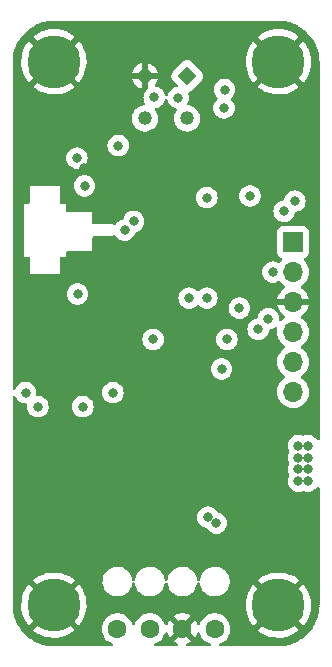
<source format=gbr>
%TF.GenerationSoftware,KiCad,Pcbnew,6.0.8-f2edbf62ab~116~ubuntu20.04.1*%
%TF.CreationDate,2022-10-23T17:18:19+02:00*%
%TF.ProjectId,TireTempSensor_v2.0,54697265-5465-46d7-9053-656e736f725f,rev?*%
%TF.SameCoordinates,Original*%
%TF.FileFunction,Copper,L2,Inr*%
%TF.FilePolarity,Positive*%
%FSLAX46Y46*%
G04 Gerber Fmt 4.6, Leading zero omitted, Abs format (unit mm)*
G04 Created by KiCad (PCBNEW 6.0.8-f2edbf62ab~116~ubuntu20.04.1) date 2022-10-23 17:18:19*
%MOMM*%
%LPD*%
G01*
G04 APERTURE LIST*
G04 Aperture macros list*
%AMRotRect*
0 Rectangle, with rotation*
0 The origin of the aperture is its center*
0 $1 length*
0 $2 width*
0 $3 Rotation angle, in degrees counterclockwise*
0 Add horizontal line*
21,1,$1,$2,0,0,$3*%
G04 Aperture macros list end*
%TA.AperFunction,ComponentPad*%
%ADD10C,4.500000*%
%TD*%
%TA.AperFunction,ComponentPad*%
%ADD11C,1.600000*%
%TD*%
%TA.AperFunction,ComponentPad*%
%ADD12RotRect,1.192000X1.192000X45.000000*%
%TD*%
%TA.AperFunction,ComponentPad*%
%ADD13C,1.192000*%
%TD*%
%TA.AperFunction,ComponentPad*%
%ADD14R,1.700000X1.700000*%
%TD*%
%TA.AperFunction,ComponentPad*%
%ADD15O,1.700000X1.700000*%
%TD*%
%TA.AperFunction,ViaPad*%
%ADD16C,0.800000*%
%TD*%
G04 APERTURE END LIST*
D10*
%TO.N,GND*%
%TO.C,H4*%
X103250000Y-67500000D03*
%TD*%
%TO.N,GND*%
%TO.C,H2*%
X103250000Y-113500000D03*
%TD*%
D11*
%TO.N,+24V*%
%TO.C,J2*%
X116875000Y-115500000D03*
%TO.N,GND*%
X114125000Y-115500000D03*
%TO.N,/CAN +*%
X111375000Y-115500000D03*
%TO.N,/CAN -*%
X108625000Y-115500000D03*
%TD*%
D10*
%TO.N,GND*%
%TO.C,H3*%
X122250000Y-67500000D03*
%TD*%
%TO.N,GND*%
%TO.C,H1*%
X122250000Y-113500000D03*
%TD*%
D12*
%TO.N,/SCL*%
%TO.C,IC2*%
X114546052Y-68703950D03*
D13*
%TO.N,/SDA*%
X114546052Y-72296052D03*
%TO.N,Net-(C17-Pad1)*%
X110953950Y-72296052D03*
%TO.N,GND*%
X110953950Y-68703950D03*
%TD*%
D14*
%TO.N,+3V3*%
%TO.C,J1*%
X123500000Y-82750000D03*
D15*
%TO.N,/SWCLK*%
X123500000Y-85290000D03*
%TO.N,GND*%
X123500000Y-87830000D03*
%TO.N,/SWDIO*%
X123500000Y-90370000D03*
%TO.N,/NRST*%
X123500000Y-92910000D03*
%TO.N,/SWO*%
X123500000Y-95450000D03*
%TD*%
D16*
%TO.N,/+3V3_uC*%
X118950000Y-88350000D03*
X105850000Y-78000000D03*
X119850000Y-78850000D03*
X111650000Y-91000000D03*
X108700000Y-74600000D03*
X105200000Y-75650000D03*
X117900000Y-91000000D03*
X105250000Y-87150000D03*
%TO.N,GND*%
X114400000Y-75500000D03*
X103750000Y-106400000D03*
X118500000Y-73600000D03*
X100750000Y-92000000D03*
X110500000Y-95300000D03*
X108350000Y-91000000D03*
X100750000Y-93750000D03*
X107850000Y-104250000D03*
X100750000Y-84850000D03*
X100750000Y-88500000D03*
X118250000Y-104050000D03*
X106800000Y-73800000D03*
X104400000Y-99700000D03*
X110300000Y-74600000D03*
X115000000Y-96850000D03*
X120750000Y-81400000D03*
X115000000Y-95300000D03*
X104400000Y-96850000D03*
X107800000Y-68300000D03*
X120450000Y-106650000D03*
X100750000Y-86750000D03*
X124500000Y-77700000D03*
X100300000Y-83850000D03*
X100300000Y-79650000D03*
X100750000Y-90250000D03*
X103300000Y-77500000D03*
X115500000Y-91900000D03*
X104200000Y-78600000D03*
X119400000Y-75000000D03*
X108950000Y-103750000D03*
X104350000Y-85500000D03*
X121500000Y-75000000D03*
X107700000Y-76500000D03*
X105800000Y-76500000D03*
X107850000Y-105350000D03*
X120450000Y-107500000D03*
X100300000Y-81750000D03*
X108950000Y-106950000D03*
X110500000Y-96850000D03*
X107850000Y-106450000D03*
X119800000Y-97650000D03*
X120750000Y-96750000D03*
%TO.N,+3V3*%
X117650000Y-71400000D03*
X123950000Y-103000000D03*
X123950000Y-101000000D03*
X117700000Y-69850000D03*
X117000000Y-106550000D03*
X122750000Y-80150000D03*
X121400000Y-89250000D03*
X100850000Y-95500000D03*
X108250000Y-95500000D03*
X123950000Y-102000000D03*
X124750000Y-103000000D03*
X117450000Y-93500000D03*
X116300000Y-106050000D03*
X123650000Y-79300000D03*
X120550000Y-90150000D03*
X124750000Y-102000000D03*
X123950000Y-100000000D03*
X124750000Y-100000000D03*
X124750000Y-101000000D03*
%TO.N,/SCL*%
X111750000Y-70500000D03*
X114700000Y-87500000D03*
%TO.N,/SDA*%
X113779978Y-70529978D03*
X116199503Y-87500000D03*
%TO.N,/SWCLK*%
X121800000Y-85300000D03*
X116200000Y-79000000D03*
%TO.N,/CAN RX*%
X109250000Y-81750000D03*
X101900000Y-96700000D03*
%TO.N,/CAN TX*%
X110000000Y-81000500D03*
X105700000Y-96700000D03*
%TD*%
%TA.AperFunction,Conductor*%
%TO.N,GND*%
G36*
X122220018Y-64010000D02*
G01*
X122234852Y-64012310D01*
X122234855Y-64012310D01*
X122243724Y-64013691D01*
X122252627Y-64012527D01*
X122252628Y-64012527D01*
X122263076Y-64011161D01*
X122285594Y-64010249D01*
X122586051Y-64025010D01*
X122598345Y-64026221D01*
X122925034Y-64074680D01*
X122937156Y-64077090D01*
X123031196Y-64100646D01*
X123257523Y-64157339D01*
X123269355Y-64160928D01*
X123580311Y-64272190D01*
X123591735Y-64276922D01*
X123659500Y-64308972D01*
X123890292Y-64418128D01*
X123901188Y-64423953D01*
X124042101Y-64508412D01*
X124184467Y-64593744D01*
X124194748Y-64600614D01*
X124460017Y-64797350D01*
X124469556Y-64805177D01*
X124714282Y-65026985D01*
X124723015Y-65035718D01*
X124944823Y-65280444D01*
X124952650Y-65289983D01*
X125017770Y-65377787D01*
X125149386Y-65555252D01*
X125156256Y-65565533D01*
X125241588Y-65707899D01*
X125267435Y-65751022D01*
X125326045Y-65848807D01*
X125331874Y-65859712D01*
X125473078Y-66158265D01*
X125477810Y-66169689D01*
X125589072Y-66480645D01*
X125592661Y-66492477D01*
X125672909Y-66812841D01*
X125675320Y-66824966D01*
X125721378Y-67135461D01*
X125723779Y-67151650D01*
X125724990Y-67163949D01*
X125738221Y-67433235D01*
X125739390Y-67457034D01*
X125738042Y-67482598D01*
X125736309Y-67493724D01*
X125738771Y-67512552D01*
X125740436Y-67525283D01*
X125741500Y-67541621D01*
X125741500Y-99430091D01*
X125721498Y-99498212D01*
X125667842Y-99544705D01*
X125597568Y-99554809D01*
X125532988Y-99525315D01*
X125506381Y-99493092D01*
X125492341Y-99468774D01*
X125489040Y-99463056D01*
X125361253Y-99321134D01*
X125206752Y-99208882D01*
X125200724Y-99206198D01*
X125200722Y-99206197D01*
X125038319Y-99133891D01*
X125038318Y-99133891D01*
X125032288Y-99131206D01*
X124938888Y-99111353D01*
X124851944Y-99092872D01*
X124851939Y-99092872D01*
X124845487Y-99091500D01*
X124654513Y-99091500D01*
X124648061Y-99092872D01*
X124648056Y-99092872D01*
X124561112Y-99111353D01*
X124467712Y-99131206D01*
X124461685Y-99133889D01*
X124461677Y-99133892D01*
X124401248Y-99160797D01*
X124330881Y-99170231D01*
X124298752Y-99160797D01*
X124238323Y-99133892D01*
X124238315Y-99133889D01*
X124232288Y-99131206D01*
X124138888Y-99111353D01*
X124051944Y-99092872D01*
X124051939Y-99092872D01*
X124045487Y-99091500D01*
X123854513Y-99091500D01*
X123848061Y-99092872D01*
X123848056Y-99092872D01*
X123761112Y-99111353D01*
X123667712Y-99131206D01*
X123661682Y-99133891D01*
X123661681Y-99133891D01*
X123499278Y-99206197D01*
X123499276Y-99206198D01*
X123493248Y-99208882D01*
X123338747Y-99321134D01*
X123210960Y-99463056D01*
X123115473Y-99628444D01*
X123056458Y-99810072D01*
X123036496Y-100000000D01*
X123056458Y-100189928D01*
X123115473Y-100371556D01*
X123118776Y-100377278D01*
X123118777Y-100377279D01*
X123153257Y-100437000D01*
X123169995Y-100505995D01*
X123153257Y-100563000D01*
X123115473Y-100628444D01*
X123056458Y-100810072D01*
X123036496Y-101000000D01*
X123056458Y-101189928D01*
X123115473Y-101371556D01*
X123118776Y-101377278D01*
X123118777Y-101377279D01*
X123153257Y-101437000D01*
X123169995Y-101505995D01*
X123153257Y-101563000D01*
X123115473Y-101628444D01*
X123056458Y-101810072D01*
X123036496Y-102000000D01*
X123056458Y-102189928D01*
X123115473Y-102371556D01*
X123118776Y-102377278D01*
X123118777Y-102377279D01*
X123153257Y-102437000D01*
X123169995Y-102505995D01*
X123153257Y-102563000D01*
X123115473Y-102628444D01*
X123056458Y-102810072D01*
X123036496Y-103000000D01*
X123056458Y-103189928D01*
X123115473Y-103371556D01*
X123210960Y-103536944D01*
X123338747Y-103678866D01*
X123493248Y-103791118D01*
X123499276Y-103793802D01*
X123499278Y-103793803D01*
X123601249Y-103839203D01*
X123667712Y-103868794D01*
X123761112Y-103888647D01*
X123848056Y-103907128D01*
X123848061Y-103907128D01*
X123854513Y-103908500D01*
X124045487Y-103908500D01*
X124051939Y-103907128D01*
X124051944Y-103907128D01*
X124138887Y-103888647D01*
X124232288Y-103868794D01*
X124238315Y-103866111D01*
X124238323Y-103866108D01*
X124298752Y-103839203D01*
X124369119Y-103829769D01*
X124401248Y-103839203D01*
X124461677Y-103866108D01*
X124461685Y-103866111D01*
X124467712Y-103868794D01*
X124561112Y-103888647D01*
X124648056Y-103907128D01*
X124648061Y-103907128D01*
X124654513Y-103908500D01*
X124845487Y-103908500D01*
X124851939Y-103907128D01*
X124851944Y-103907128D01*
X124938887Y-103888647D01*
X125032288Y-103868794D01*
X125098751Y-103839203D01*
X125200722Y-103793803D01*
X125200724Y-103793802D01*
X125206752Y-103791118D01*
X125361253Y-103678866D01*
X125489040Y-103536944D01*
X125506382Y-103506907D01*
X125557764Y-103457915D01*
X125627478Y-103444480D01*
X125693389Y-103470867D01*
X125734570Y-103528699D01*
X125741500Y-103569909D01*
X125741500Y-113450633D01*
X125740000Y-113470018D01*
X125739247Y-113474858D01*
X125736309Y-113493724D01*
X125737473Y-113502627D01*
X125737473Y-113502628D01*
X125738839Y-113513076D01*
X125739751Y-113535594D01*
X125726791Y-113799410D01*
X125724991Y-113836045D01*
X125723779Y-113848345D01*
X125675321Y-114175031D01*
X125672910Y-114187156D01*
X125653588Y-114264293D01*
X125592661Y-114507523D01*
X125589072Y-114519355D01*
X125477810Y-114830311D01*
X125473078Y-114841735D01*
X125469884Y-114848489D01*
X125336168Y-115131210D01*
X125331874Y-115140288D01*
X125326047Y-115151188D01*
X125288793Y-115213343D01*
X125156256Y-115434467D01*
X125149386Y-115444748D01*
X124952650Y-115710017D01*
X124944823Y-115719556D01*
X124723020Y-115964277D01*
X124714282Y-115973015D01*
X124469556Y-116194823D01*
X124460017Y-116202650D01*
X124275106Y-116339789D01*
X124194748Y-116399386D01*
X124184467Y-116406256D01*
X124042101Y-116491588D01*
X123901188Y-116576047D01*
X123890292Y-116581872D01*
X123857268Y-116597491D01*
X123591735Y-116723078D01*
X123580311Y-116727810D01*
X123269355Y-116839072D01*
X123257523Y-116842661D01*
X123031196Y-116899354D01*
X122937156Y-116922910D01*
X122925034Y-116925320D01*
X122598345Y-116973779D01*
X122586051Y-116974990D01*
X122292961Y-116989390D01*
X122267402Y-116988042D01*
X122256276Y-116986309D01*
X122224714Y-116990436D01*
X122208379Y-116991500D01*
X117321366Y-116991500D01*
X117253245Y-116971498D01*
X117206752Y-116917842D01*
X117196648Y-116847568D01*
X117226142Y-116782988D01*
X117288755Y-116743793D01*
X117318933Y-116735707D01*
X117318935Y-116735706D01*
X117324243Y-116734284D01*
X117348275Y-116723078D01*
X117526762Y-116639849D01*
X117526767Y-116639846D01*
X117531749Y-116637523D01*
X117636611Y-116564098D01*
X117714789Y-116509357D01*
X117714792Y-116509355D01*
X117719300Y-116506198D01*
X117881198Y-116344300D01*
X118012523Y-116156749D01*
X118014846Y-116151767D01*
X118014849Y-116151762D01*
X118106961Y-115954225D01*
X118106961Y-115954224D01*
X118109284Y-115949243D01*
X118129976Y-115872022D01*
X118167119Y-115733402D01*
X118167119Y-115733400D01*
X118168543Y-115728087D01*
X118177826Y-115621982D01*
X120493142Y-115621982D01*
X120500668Y-115632415D01*
X120646463Y-115749848D01*
X120652648Y-115754244D01*
X120928363Y-115926195D01*
X120935034Y-115929817D01*
X121229414Y-116067402D01*
X121236468Y-116070195D01*
X121545257Y-116171420D01*
X121552570Y-116173339D01*
X121871298Y-116236738D01*
X121878789Y-116237764D01*
X122202823Y-116262413D01*
X122210386Y-116262531D01*
X122535021Y-116248074D01*
X122542562Y-116247282D01*
X122863115Y-116193926D01*
X122870479Y-116192240D01*
X123182315Y-116100757D01*
X123189424Y-116098198D01*
X123488003Y-115969919D01*
X123494770Y-115966515D01*
X123775764Y-115803301D01*
X123782071Y-115799111D01*
X124000005Y-115634588D01*
X124008461Y-115623197D01*
X124001743Y-115610953D01*
X122262812Y-113872022D01*
X122248868Y-113864408D01*
X122247035Y-113864539D01*
X122240420Y-113868790D01*
X120500257Y-115608953D01*
X120493142Y-115621982D01*
X118177826Y-115621982D01*
X118188498Y-115500000D01*
X118168543Y-115271913D01*
X118167119Y-115266598D01*
X118110707Y-115056067D01*
X118110706Y-115056065D01*
X118109284Y-115050757D01*
X118105885Y-115043467D01*
X118014849Y-114848238D01*
X118014846Y-114848233D01*
X118012523Y-114843251D01*
X117939098Y-114738389D01*
X117884357Y-114660211D01*
X117884355Y-114660208D01*
X117881198Y-114655700D01*
X117719300Y-114493802D01*
X117714792Y-114490645D01*
X117714789Y-114490643D01*
X117588920Y-114402509D01*
X117531749Y-114362477D01*
X117526767Y-114360154D01*
X117526762Y-114360151D01*
X117329225Y-114268039D01*
X117329224Y-114268039D01*
X117324243Y-114265716D01*
X117318935Y-114264294D01*
X117318933Y-114264293D01*
X117108402Y-114207881D01*
X117108400Y-114207881D01*
X117103087Y-114206457D01*
X116875000Y-114186502D01*
X116646913Y-114206457D01*
X116641600Y-114207881D01*
X116641598Y-114207881D01*
X116431067Y-114264293D01*
X116431065Y-114264294D01*
X116425757Y-114265716D01*
X116420776Y-114268039D01*
X116420775Y-114268039D01*
X116223238Y-114360151D01*
X116223233Y-114360154D01*
X116218251Y-114362477D01*
X116161080Y-114402509D01*
X116035211Y-114490643D01*
X116035208Y-114490645D01*
X116030700Y-114493802D01*
X115868802Y-114655700D01*
X115865645Y-114660208D01*
X115865643Y-114660211D01*
X115810902Y-114738389D01*
X115737477Y-114843251D01*
X115735154Y-114848233D01*
X115735151Y-114848238D01*
X115644115Y-115043467D01*
X115640716Y-115050757D01*
X115639294Y-115056064D01*
X115639290Y-115056075D01*
X115621447Y-115122665D01*
X115584496Y-115183288D01*
X115520635Y-115214309D01*
X115450140Y-115205879D01*
X115395394Y-115160676D01*
X115378034Y-115122664D01*
X115360236Y-115056239D01*
X115356490Y-115045947D01*
X115264414Y-114848489D01*
X115258931Y-114838994D01*
X115222491Y-114786952D01*
X115212012Y-114778576D01*
X115198566Y-114785644D01*
X114497022Y-115487188D01*
X114489408Y-115501132D01*
X114489539Y-115502965D01*
X114493790Y-115509580D01*
X115199287Y-116215077D01*
X115211062Y-116221507D01*
X115223077Y-116212211D01*
X115258931Y-116161006D01*
X115264414Y-116151511D01*
X115356490Y-115954053D01*
X115360236Y-115943761D01*
X115378034Y-115877336D01*
X115414985Y-115816713D01*
X115478846Y-115785692D01*
X115549340Y-115794120D01*
X115604088Y-115839323D01*
X115621447Y-115877335D01*
X115639290Y-115943925D01*
X115639293Y-115943933D01*
X115640716Y-115949243D01*
X115643039Y-115954224D01*
X115643039Y-115954225D01*
X115735151Y-116151762D01*
X115735154Y-116151767D01*
X115737477Y-116156749D01*
X115868802Y-116344300D01*
X116030700Y-116506198D01*
X116035208Y-116509355D01*
X116035211Y-116509357D01*
X116113389Y-116564098D01*
X116218251Y-116637523D01*
X116223233Y-116639846D01*
X116223238Y-116639849D01*
X116401725Y-116723078D01*
X116425757Y-116734284D01*
X116431065Y-116735706D01*
X116431067Y-116735707D01*
X116461245Y-116743793D01*
X116521868Y-116780745D01*
X116552889Y-116844605D01*
X116544461Y-116915100D01*
X116499258Y-116969847D01*
X116428634Y-116991500D01*
X114569436Y-116991500D01*
X114501315Y-116971498D01*
X114454822Y-116917842D01*
X114444718Y-116847568D01*
X114474212Y-116782988D01*
X114536825Y-116743793D01*
X114568761Y-116735236D01*
X114579053Y-116731490D01*
X114776511Y-116639414D01*
X114786006Y-116633931D01*
X114838048Y-116597491D01*
X114846424Y-116587012D01*
X114839356Y-116573566D01*
X114137812Y-115872022D01*
X114123868Y-115864408D01*
X114122035Y-115864539D01*
X114115420Y-115868790D01*
X113409923Y-116574287D01*
X113403493Y-116586062D01*
X113412789Y-116598077D01*
X113463994Y-116633931D01*
X113473489Y-116639414D01*
X113670947Y-116731490D01*
X113681239Y-116735236D01*
X113713175Y-116743793D01*
X113773798Y-116780745D01*
X113804819Y-116844605D01*
X113796391Y-116915100D01*
X113751188Y-116969847D01*
X113680564Y-116991500D01*
X111821366Y-116991500D01*
X111753245Y-116971498D01*
X111706752Y-116917842D01*
X111696648Y-116847568D01*
X111726142Y-116782988D01*
X111788755Y-116743793D01*
X111818933Y-116735707D01*
X111818935Y-116735706D01*
X111824243Y-116734284D01*
X111848275Y-116723078D01*
X112026762Y-116639849D01*
X112026767Y-116639846D01*
X112031749Y-116637523D01*
X112136611Y-116564098D01*
X112214789Y-116509357D01*
X112214792Y-116509355D01*
X112219300Y-116506198D01*
X112381198Y-116344300D01*
X112512523Y-116156749D01*
X112514846Y-116151767D01*
X112514849Y-116151762D01*
X112606961Y-115954225D01*
X112606961Y-115954224D01*
X112609284Y-115949243D01*
X112610707Y-115943933D01*
X112610710Y-115943925D01*
X112628553Y-115877335D01*
X112665504Y-115816712D01*
X112729365Y-115785691D01*
X112799860Y-115794121D01*
X112854606Y-115839324D01*
X112871966Y-115877336D01*
X112889764Y-115943761D01*
X112893510Y-115954053D01*
X112985586Y-116151511D01*
X112991069Y-116161006D01*
X113027509Y-116213048D01*
X113037988Y-116221424D01*
X113051434Y-116214356D01*
X113752978Y-115512812D01*
X113760592Y-115498868D01*
X113760461Y-115497035D01*
X113756210Y-115490420D01*
X113050713Y-114784923D01*
X113038938Y-114778493D01*
X113026923Y-114787789D01*
X112991069Y-114838994D01*
X112985586Y-114848489D01*
X112893510Y-115045947D01*
X112889764Y-115056239D01*
X112871966Y-115122664D01*
X112835015Y-115183287D01*
X112771154Y-115214308D01*
X112700660Y-115205880D01*
X112645912Y-115160677D01*
X112628553Y-115122665D01*
X112610710Y-115056075D01*
X112610706Y-115056064D01*
X112609284Y-115050757D01*
X112605885Y-115043467D01*
X112514849Y-114848238D01*
X112514846Y-114848233D01*
X112512523Y-114843251D01*
X112439098Y-114738389D01*
X112384357Y-114660211D01*
X112384355Y-114660208D01*
X112381198Y-114655700D01*
X112219300Y-114493802D01*
X112214792Y-114490645D01*
X112214789Y-114490643D01*
X112103886Y-114412988D01*
X113403576Y-114412988D01*
X113410644Y-114426434D01*
X114112188Y-115127978D01*
X114126132Y-115135592D01*
X114127965Y-115135461D01*
X114134580Y-115131210D01*
X114840077Y-114425713D01*
X114846507Y-114413938D01*
X114837211Y-114401923D01*
X114786006Y-114366069D01*
X114776511Y-114360586D01*
X114579053Y-114268510D01*
X114568761Y-114264764D01*
X114358312Y-114208375D01*
X114347519Y-114206472D01*
X114130475Y-114187483D01*
X114119525Y-114187483D01*
X113902481Y-114206472D01*
X113891688Y-114208375D01*
X113681239Y-114264764D01*
X113670947Y-114268510D01*
X113473489Y-114360586D01*
X113463994Y-114366069D01*
X113411952Y-114402509D01*
X113403576Y-114412988D01*
X112103886Y-114412988D01*
X112088920Y-114402509D01*
X112031749Y-114362477D01*
X112026767Y-114360154D01*
X112026762Y-114360151D01*
X111829225Y-114268039D01*
X111829224Y-114268039D01*
X111824243Y-114265716D01*
X111818935Y-114264294D01*
X111818933Y-114264293D01*
X111608402Y-114207881D01*
X111608400Y-114207881D01*
X111603087Y-114206457D01*
X111375000Y-114186502D01*
X111146913Y-114206457D01*
X111141600Y-114207881D01*
X111141598Y-114207881D01*
X110931067Y-114264293D01*
X110931065Y-114264294D01*
X110925757Y-114265716D01*
X110920776Y-114268039D01*
X110920775Y-114268039D01*
X110723238Y-114360151D01*
X110723233Y-114360154D01*
X110718251Y-114362477D01*
X110661080Y-114402509D01*
X110535211Y-114490643D01*
X110535208Y-114490645D01*
X110530700Y-114493802D01*
X110368802Y-114655700D01*
X110365645Y-114660208D01*
X110365643Y-114660211D01*
X110310902Y-114738389D01*
X110237477Y-114843251D01*
X110235154Y-114848233D01*
X110235151Y-114848238D01*
X110144115Y-115043467D01*
X110140716Y-115050757D01*
X110139294Y-115056065D01*
X110139293Y-115056067D01*
X110121707Y-115121699D01*
X110084755Y-115182322D01*
X110020894Y-115213343D01*
X109950400Y-115204915D01*
X109895653Y-115159712D01*
X109878293Y-115121699D01*
X109860707Y-115056067D01*
X109860706Y-115056065D01*
X109859284Y-115050757D01*
X109855885Y-115043467D01*
X109764849Y-114848238D01*
X109764846Y-114848233D01*
X109762523Y-114843251D01*
X109689098Y-114738389D01*
X109634357Y-114660211D01*
X109634355Y-114660208D01*
X109631198Y-114655700D01*
X109469300Y-114493802D01*
X109464792Y-114490645D01*
X109464789Y-114490643D01*
X109338920Y-114402509D01*
X109281749Y-114362477D01*
X109276767Y-114360154D01*
X109276762Y-114360151D01*
X109079225Y-114268039D01*
X109079224Y-114268039D01*
X109074243Y-114265716D01*
X109068935Y-114264294D01*
X109068933Y-114264293D01*
X108858402Y-114207881D01*
X108858400Y-114207881D01*
X108853087Y-114206457D01*
X108625000Y-114186502D01*
X108396913Y-114206457D01*
X108391600Y-114207881D01*
X108391598Y-114207881D01*
X108181067Y-114264293D01*
X108181065Y-114264294D01*
X108175757Y-114265716D01*
X108170776Y-114268039D01*
X108170775Y-114268039D01*
X107973238Y-114360151D01*
X107973233Y-114360154D01*
X107968251Y-114362477D01*
X107911080Y-114402509D01*
X107785211Y-114490643D01*
X107785208Y-114490645D01*
X107780700Y-114493802D01*
X107618802Y-114655700D01*
X107615645Y-114660208D01*
X107615643Y-114660211D01*
X107560902Y-114738389D01*
X107487477Y-114843251D01*
X107485154Y-114848233D01*
X107485151Y-114848238D01*
X107394115Y-115043467D01*
X107390716Y-115050757D01*
X107389294Y-115056065D01*
X107389293Y-115056067D01*
X107332881Y-115266598D01*
X107331457Y-115271913D01*
X107311502Y-115500000D01*
X107331457Y-115728087D01*
X107332881Y-115733400D01*
X107332881Y-115733402D01*
X107370025Y-115872022D01*
X107390716Y-115949243D01*
X107393039Y-115954224D01*
X107393039Y-115954225D01*
X107485151Y-116151762D01*
X107485154Y-116151767D01*
X107487477Y-116156749D01*
X107618802Y-116344300D01*
X107780700Y-116506198D01*
X107785208Y-116509355D01*
X107785211Y-116509357D01*
X107863389Y-116564098D01*
X107968251Y-116637523D01*
X107973233Y-116639846D01*
X107973238Y-116639849D01*
X108151725Y-116723078D01*
X108175757Y-116734284D01*
X108181065Y-116735706D01*
X108181067Y-116735707D01*
X108211245Y-116743793D01*
X108271868Y-116780745D01*
X108302889Y-116844605D01*
X108294461Y-116915100D01*
X108249258Y-116969847D01*
X108178634Y-116991500D01*
X103299367Y-116991500D01*
X103279982Y-116990000D01*
X103265148Y-116987690D01*
X103265145Y-116987690D01*
X103256276Y-116986309D01*
X103247373Y-116987473D01*
X103247372Y-116987473D01*
X103236924Y-116988839D01*
X103214406Y-116989751D01*
X102913949Y-116974990D01*
X102901655Y-116973779D01*
X102574966Y-116925320D01*
X102562844Y-116922910D01*
X102468804Y-116899354D01*
X102242477Y-116842661D01*
X102230645Y-116839072D01*
X101919689Y-116727810D01*
X101908265Y-116723078D01*
X101642732Y-116597491D01*
X101609708Y-116581872D01*
X101598812Y-116576047D01*
X101457899Y-116491588D01*
X101315533Y-116406256D01*
X101305252Y-116399386D01*
X101224894Y-116339789D01*
X101039983Y-116202650D01*
X101030444Y-116194823D01*
X100785718Y-115973015D01*
X100776980Y-115964277D01*
X100555177Y-115719556D01*
X100547350Y-115710017D01*
X100482059Y-115621982D01*
X101493142Y-115621982D01*
X101500668Y-115632415D01*
X101646463Y-115749848D01*
X101652648Y-115754244D01*
X101928363Y-115926195D01*
X101935034Y-115929817D01*
X102229414Y-116067402D01*
X102236468Y-116070195D01*
X102545257Y-116171420D01*
X102552570Y-116173339D01*
X102871298Y-116236738D01*
X102878789Y-116237764D01*
X103202823Y-116262413D01*
X103210386Y-116262531D01*
X103535021Y-116248074D01*
X103542562Y-116247282D01*
X103863115Y-116193926D01*
X103870479Y-116192240D01*
X104182315Y-116100757D01*
X104189424Y-116098198D01*
X104488003Y-115969919D01*
X104494770Y-115966515D01*
X104775764Y-115803301D01*
X104782071Y-115799111D01*
X105000005Y-115634588D01*
X105008461Y-115623197D01*
X105001743Y-115610953D01*
X103262812Y-113872022D01*
X103248868Y-113864408D01*
X103247035Y-113864539D01*
X103240420Y-113868790D01*
X101500257Y-115608953D01*
X101493142Y-115621982D01*
X100482059Y-115621982D01*
X100350614Y-115444748D01*
X100343744Y-115434467D01*
X100211207Y-115213343D01*
X100173953Y-115151188D01*
X100168126Y-115140288D01*
X100163833Y-115131210D01*
X100030116Y-114848489D01*
X100026922Y-114841735D01*
X100022190Y-114830311D01*
X99910928Y-114519355D01*
X99907339Y-114507523D01*
X99846412Y-114264293D01*
X99827090Y-114187156D01*
X99824679Y-114175031D01*
X99776220Y-113848343D01*
X99775009Y-113836045D01*
X99773210Y-113799410D01*
X99769702Y-113728019D01*
X99760795Y-113546695D01*
X99762387Y-113519619D01*
X99763576Y-113512552D01*
X99763729Y-113500000D01*
X99760128Y-113474858D01*
X100487299Y-113474858D01*
X100503456Y-113799410D01*
X100504287Y-113806939D01*
X100559318Y-114127198D01*
X100561051Y-114134585D01*
X100654156Y-114445909D01*
X100656759Y-114453022D01*
X100786595Y-114750913D01*
X100790037Y-114757669D01*
X100954720Y-115037803D01*
X100958943Y-115044088D01*
X101115792Y-115249608D01*
X101127316Y-115258069D01*
X101139382Y-115251408D01*
X102877978Y-113512812D01*
X102884356Y-113501132D01*
X103614408Y-113501132D01*
X103614539Y-113502965D01*
X103618790Y-113509580D01*
X105358825Y-115249615D01*
X105371948Y-115256781D01*
X105382250Y-115249391D01*
X105491429Y-115115285D01*
X105495842Y-115109144D01*
X105669248Y-114834312D01*
X105672895Y-114827677D01*
X105812025Y-114534011D01*
X105814850Y-114526984D01*
X105917696Y-114218715D01*
X105919650Y-114211424D01*
X105984716Y-113893033D01*
X105985784Y-113885529D01*
X106012253Y-113560100D01*
X106012458Y-113555625D01*
X106013018Y-113502221D01*
X106012908Y-113497789D01*
X106011526Y-113474858D01*
X119487299Y-113474858D01*
X119503456Y-113799410D01*
X119504287Y-113806939D01*
X119559318Y-114127198D01*
X119561051Y-114134585D01*
X119654156Y-114445909D01*
X119656759Y-114453022D01*
X119786595Y-114750913D01*
X119790037Y-114757669D01*
X119954720Y-115037803D01*
X119958943Y-115044088D01*
X120115792Y-115249608D01*
X120127316Y-115258069D01*
X120139382Y-115251408D01*
X121877978Y-113512812D01*
X121884356Y-113501132D01*
X122614408Y-113501132D01*
X122614539Y-113502965D01*
X122618790Y-113509580D01*
X124358825Y-115249615D01*
X124371948Y-115256781D01*
X124382250Y-115249391D01*
X124491429Y-115115285D01*
X124495842Y-115109144D01*
X124669248Y-114834312D01*
X124672895Y-114827677D01*
X124812025Y-114534011D01*
X124814850Y-114526984D01*
X124917696Y-114218715D01*
X124919650Y-114211424D01*
X124984716Y-113893033D01*
X124985784Y-113885529D01*
X125012253Y-113560100D01*
X125012458Y-113555625D01*
X125013018Y-113502221D01*
X125012908Y-113497789D01*
X124993257Y-113171835D01*
X124992349Y-113164333D01*
X124933967Y-112844663D01*
X124932154Y-112837284D01*
X124835797Y-112526966D01*
X124833116Y-112519869D01*
X124700172Y-112223363D01*
X124696655Y-112216636D01*
X124529054Y-111938252D01*
X124524757Y-111931999D01*
X124383617Y-111751022D01*
X124371823Y-111742551D01*
X124360113Y-111749097D01*
X122622022Y-113487188D01*
X122614408Y-113501132D01*
X121884356Y-113501132D01*
X121885592Y-113498868D01*
X121885461Y-113497035D01*
X121881210Y-113490420D01*
X120140864Y-111750074D01*
X120127929Y-111743011D01*
X120117367Y-111750671D01*
X119991785Y-111908268D01*
X119987428Y-111914467D01*
X119816913Y-112191094D01*
X119813333Y-112197770D01*
X119677287Y-112492878D01*
X119674537Y-112499929D01*
X119574927Y-112809251D01*
X119573044Y-112816584D01*
X119511316Y-113135632D01*
X119510329Y-113143132D01*
X119487378Y-113467277D01*
X119487299Y-113474858D01*
X106011526Y-113474858D01*
X105993257Y-113171835D01*
X105992349Y-113164333D01*
X105933967Y-112844663D01*
X105932154Y-112837284D01*
X105835797Y-112526966D01*
X105833116Y-112519869D01*
X105700172Y-112223363D01*
X105696655Y-112216636D01*
X105529054Y-111938252D01*
X105524757Y-111931999D01*
X105383617Y-111751022D01*
X105371823Y-111742551D01*
X105360113Y-111749097D01*
X103622022Y-113487188D01*
X103614408Y-113501132D01*
X102884356Y-113501132D01*
X102885592Y-113498868D01*
X102885461Y-113497035D01*
X102881210Y-113490420D01*
X101140864Y-111750074D01*
X101127929Y-111743011D01*
X101117367Y-111750671D01*
X100991785Y-111908268D01*
X100987428Y-111914467D01*
X100816913Y-112191094D01*
X100813333Y-112197770D01*
X100677287Y-112492878D01*
X100674537Y-112499929D01*
X100574927Y-112809251D01*
X100573044Y-112816584D01*
X100511316Y-113135632D01*
X100510329Y-113143132D01*
X100487378Y-113467277D01*
X100487299Y-113474858D01*
X99760128Y-113474858D01*
X99759773Y-113472376D01*
X99758500Y-113454514D01*
X99758500Y-111377773D01*
X101492267Y-111377773D01*
X101498871Y-111389661D01*
X103237188Y-113127978D01*
X103251132Y-113135592D01*
X103252965Y-113135461D01*
X103259580Y-113131210D01*
X104851100Y-111539690D01*
X107362037Y-111539690D01*
X107389025Y-111762715D01*
X107455082Y-111977435D01*
X107457652Y-111982415D01*
X107457654Y-111982419D01*
X107522852Y-112108738D01*
X107558118Y-112177064D01*
X107694877Y-112355292D01*
X107861036Y-112506485D01*
X107865783Y-112509463D01*
X107865786Y-112509465D01*
X107994229Y-112590036D01*
X108051344Y-112625864D01*
X108259783Y-112709656D01*
X108479767Y-112755213D01*
X108484378Y-112755479D01*
X108484379Y-112755479D01*
X108534952Y-112758395D01*
X108534956Y-112758395D01*
X108536775Y-112758500D01*
X108681999Y-112758500D01*
X108684786Y-112758251D01*
X108684792Y-112758251D01*
X108754929Y-112751991D01*
X108848762Y-112743617D01*
X108854176Y-112742136D01*
X108854181Y-112742135D01*
X108981912Y-112707191D01*
X109065451Y-112684337D01*
X109070509Y-112681925D01*
X109070513Y-112681923D01*
X109188042Y-112625864D01*
X109268218Y-112587622D01*
X109450654Y-112456529D01*
X109606992Y-112295201D01*
X109732290Y-112108738D01*
X109822588Y-111903033D01*
X109859311Y-111750074D01*
X109873722Y-111690046D01*
X109873722Y-111690045D01*
X109875032Y-111684589D01*
X109875906Y-111669435D01*
X109899798Y-111602579D01*
X109956042Y-111559253D01*
X110026781Y-111553213D01*
X110089557Y-111586377D01*
X110124437Y-111648214D01*
X110126781Y-111661532D01*
X110139025Y-111762715D01*
X110205082Y-111977435D01*
X110207652Y-111982415D01*
X110207654Y-111982419D01*
X110272852Y-112108738D01*
X110308118Y-112177064D01*
X110444877Y-112355292D01*
X110611036Y-112506485D01*
X110615783Y-112509463D01*
X110615786Y-112509465D01*
X110744229Y-112590036D01*
X110801344Y-112625864D01*
X111009783Y-112709656D01*
X111229767Y-112755213D01*
X111234378Y-112755479D01*
X111234379Y-112755479D01*
X111284952Y-112758395D01*
X111284956Y-112758395D01*
X111286775Y-112758500D01*
X111431999Y-112758500D01*
X111434786Y-112758251D01*
X111434792Y-112758251D01*
X111504929Y-112751991D01*
X111598762Y-112743617D01*
X111604176Y-112742136D01*
X111604181Y-112742135D01*
X111731912Y-112707191D01*
X111815451Y-112684337D01*
X111820509Y-112681925D01*
X111820513Y-112681923D01*
X111938042Y-112625864D01*
X112018218Y-112587622D01*
X112200654Y-112456529D01*
X112356992Y-112295201D01*
X112482290Y-112108738D01*
X112572588Y-111903033D01*
X112609311Y-111750074D01*
X112623722Y-111690046D01*
X112623722Y-111690045D01*
X112625032Y-111684589D01*
X112625906Y-111669435D01*
X112649798Y-111602579D01*
X112706042Y-111559253D01*
X112776781Y-111553213D01*
X112839557Y-111586377D01*
X112874437Y-111648214D01*
X112876781Y-111661532D01*
X112889025Y-111762715D01*
X112955082Y-111977435D01*
X112957652Y-111982415D01*
X112957654Y-111982419D01*
X113022852Y-112108738D01*
X113058118Y-112177064D01*
X113194877Y-112355292D01*
X113361036Y-112506485D01*
X113365783Y-112509463D01*
X113365786Y-112509465D01*
X113494229Y-112590036D01*
X113551344Y-112625864D01*
X113759783Y-112709656D01*
X113979767Y-112755213D01*
X113984378Y-112755479D01*
X113984379Y-112755479D01*
X114034952Y-112758395D01*
X114034956Y-112758395D01*
X114036775Y-112758500D01*
X114181999Y-112758500D01*
X114184786Y-112758251D01*
X114184792Y-112758251D01*
X114254929Y-112751991D01*
X114348762Y-112743617D01*
X114354176Y-112742136D01*
X114354181Y-112742135D01*
X114481912Y-112707191D01*
X114565451Y-112684337D01*
X114570509Y-112681925D01*
X114570513Y-112681923D01*
X114688042Y-112625864D01*
X114768218Y-112587622D01*
X114950654Y-112456529D01*
X115106992Y-112295201D01*
X115232290Y-112108738D01*
X115322588Y-111903033D01*
X115359311Y-111750074D01*
X115373722Y-111690046D01*
X115373722Y-111690045D01*
X115375032Y-111684589D01*
X115375906Y-111669435D01*
X115399798Y-111602579D01*
X115456042Y-111559253D01*
X115526781Y-111553213D01*
X115589557Y-111586377D01*
X115624437Y-111648214D01*
X115626781Y-111661532D01*
X115639025Y-111762715D01*
X115705082Y-111977435D01*
X115707652Y-111982415D01*
X115707654Y-111982419D01*
X115772852Y-112108738D01*
X115808118Y-112177064D01*
X115944877Y-112355292D01*
X116111036Y-112506485D01*
X116115783Y-112509463D01*
X116115786Y-112509465D01*
X116244229Y-112590036D01*
X116301344Y-112625864D01*
X116509783Y-112709656D01*
X116729767Y-112755213D01*
X116734378Y-112755479D01*
X116734379Y-112755479D01*
X116784952Y-112758395D01*
X116784956Y-112758395D01*
X116786775Y-112758500D01*
X116931999Y-112758500D01*
X116934786Y-112758251D01*
X116934792Y-112758251D01*
X117004929Y-112751991D01*
X117098762Y-112743617D01*
X117104176Y-112742136D01*
X117104181Y-112742135D01*
X117231912Y-112707191D01*
X117315451Y-112684337D01*
X117320509Y-112681925D01*
X117320513Y-112681923D01*
X117438042Y-112625864D01*
X117518218Y-112587622D01*
X117700654Y-112456529D01*
X117856992Y-112295201D01*
X117982290Y-112108738D01*
X118072588Y-111903033D01*
X118109311Y-111750074D01*
X118123722Y-111690046D01*
X118123722Y-111690045D01*
X118125032Y-111684589D01*
X118129879Y-111600525D01*
X118137640Y-111465917D01*
X118137640Y-111465914D01*
X118137963Y-111460310D01*
X118127975Y-111377773D01*
X120492267Y-111377773D01*
X120498871Y-111389661D01*
X122237188Y-113127978D01*
X122251132Y-113135592D01*
X122252965Y-113135461D01*
X122259580Y-113131210D01*
X124000162Y-111390628D01*
X124007174Y-111377787D01*
X123999379Y-111367098D01*
X123829886Y-111233481D01*
X123823663Y-111229156D01*
X123546140Y-111060088D01*
X123539465Y-111056553D01*
X123243637Y-110922049D01*
X123236567Y-110919335D01*
X122926740Y-110821350D01*
X122919389Y-110819503D01*
X122600024Y-110759446D01*
X122592515Y-110758498D01*
X122268251Y-110737245D01*
X122260686Y-110737205D01*
X121936207Y-110755062D01*
X121928693Y-110755931D01*
X121608713Y-110812641D01*
X121601357Y-110814406D01*
X121290503Y-110909147D01*
X121283409Y-110911786D01*
X120986207Y-111043178D01*
X120979470Y-111046655D01*
X120700196Y-111212805D01*
X120693945Y-111217053D01*
X120500733Y-111366115D01*
X120492267Y-111377773D01*
X118127975Y-111377773D01*
X118110975Y-111237285D01*
X118044918Y-111022565D01*
X117979798Y-110896396D01*
X117944454Y-110827919D01*
X117944454Y-110827918D01*
X117941882Y-110822936D01*
X117805123Y-110644708D01*
X117638964Y-110493515D01*
X117634217Y-110490537D01*
X117634214Y-110490535D01*
X117453405Y-110377115D01*
X117448656Y-110374136D01*
X117240217Y-110290344D01*
X117020233Y-110244787D01*
X117015622Y-110244521D01*
X117015621Y-110244521D01*
X116965048Y-110241605D01*
X116965044Y-110241605D01*
X116963225Y-110241500D01*
X116818001Y-110241500D01*
X116815214Y-110241749D01*
X116815208Y-110241749D01*
X116745071Y-110248009D01*
X116651238Y-110256383D01*
X116645824Y-110257864D01*
X116645819Y-110257865D01*
X116531262Y-110289205D01*
X116434549Y-110315663D01*
X116429491Y-110318075D01*
X116429487Y-110318077D01*
X116333166Y-110364020D01*
X116231782Y-110412378D01*
X116049346Y-110543471D01*
X115893008Y-110704799D01*
X115767710Y-110891262D01*
X115677412Y-111096967D01*
X115676103Y-111102418D01*
X115676102Y-111102422D01*
X115648582Y-111217053D01*
X115624968Y-111315411D01*
X115624645Y-111321016D01*
X115624094Y-111330565D01*
X115600202Y-111397421D01*
X115543958Y-111440747D01*
X115473219Y-111446787D01*
X115410443Y-111413623D01*
X115375563Y-111351786D01*
X115373219Y-111338468D01*
X115360975Y-111237285D01*
X115294918Y-111022565D01*
X115229798Y-110896396D01*
X115194454Y-110827919D01*
X115194454Y-110827918D01*
X115191882Y-110822936D01*
X115055123Y-110644708D01*
X114888964Y-110493515D01*
X114884217Y-110490537D01*
X114884214Y-110490535D01*
X114703405Y-110377115D01*
X114698656Y-110374136D01*
X114490217Y-110290344D01*
X114270233Y-110244787D01*
X114265622Y-110244521D01*
X114265621Y-110244521D01*
X114215048Y-110241605D01*
X114215044Y-110241605D01*
X114213225Y-110241500D01*
X114068001Y-110241500D01*
X114065214Y-110241749D01*
X114065208Y-110241749D01*
X113995071Y-110248009D01*
X113901238Y-110256383D01*
X113895824Y-110257864D01*
X113895819Y-110257865D01*
X113781262Y-110289205D01*
X113684549Y-110315663D01*
X113679491Y-110318075D01*
X113679487Y-110318077D01*
X113583166Y-110364020D01*
X113481782Y-110412378D01*
X113299346Y-110543471D01*
X113143008Y-110704799D01*
X113017710Y-110891262D01*
X112927412Y-111096967D01*
X112926103Y-111102418D01*
X112926102Y-111102422D01*
X112898582Y-111217053D01*
X112874968Y-111315411D01*
X112874645Y-111321016D01*
X112874094Y-111330565D01*
X112850202Y-111397421D01*
X112793958Y-111440747D01*
X112723219Y-111446787D01*
X112660443Y-111413623D01*
X112625563Y-111351786D01*
X112623219Y-111338468D01*
X112610975Y-111237285D01*
X112544918Y-111022565D01*
X112479798Y-110896396D01*
X112444454Y-110827919D01*
X112444454Y-110827918D01*
X112441882Y-110822936D01*
X112305123Y-110644708D01*
X112138964Y-110493515D01*
X112134217Y-110490537D01*
X112134214Y-110490535D01*
X111953405Y-110377115D01*
X111948656Y-110374136D01*
X111740217Y-110290344D01*
X111520233Y-110244787D01*
X111515622Y-110244521D01*
X111515621Y-110244521D01*
X111465048Y-110241605D01*
X111465044Y-110241605D01*
X111463225Y-110241500D01*
X111318001Y-110241500D01*
X111315214Y-110241749D01*
X111315208Y-110241749D01*
X111245071Y-110248009D01*
X111151238Y-110256383D01*
X111145824Y-110257864D01*
X111145819Y-110257865D01*
X111031262Y-110289205D01*
X110934549Y-110315663D01*
X110929491Y-110318075D01*
X110929487Y-110318077D01*
X110833166Y-110364020D01*
X110731782Y-110412378D01*
X110549346Y-110543471D01*
X110393008Y-110704799D01*
X110267710Y-110891262D01*
X110177412Y-111096967D01*
X110176103Y-111102418D01*
X110176102Y-111102422D01*
X110148582Y-111217053D01*
X110124968Y-111315411D01*
X110124645Y-111321016D01*
X110124094Y-111330565D01*
X110100202Y-111397421D01*
X110043958Y-111440747D01*
X109973219Y-111446787D01*
X109910443Y-111413623D01*
X109875563Y-111351786D01*
X109873219Y-111338468D01*
X109860975Y-111237285D01*
X109794918Y-111022565D01*
X109729798Y-110896396D01*
X109694454Y-110827919D01*
X109694454Y-110827918D01*
X109691882Y-110822936D01*
X109555123Y-110644708D01*
X109388964Y-110493515D01*
X109384217Y-110490537D01*
X109384214Y-110490535D01*
X109203405Y-110377115D01*
X109198656Y-110374136D01*
X108990217Y-110290344D01*
X108770233Y-110244787D01*
X108765622Y-110244521D01*
X108765621Y-110244521D01*
X108715048Y-110241605D01*
X108715044Y-110241605D01*
X108713225Y-110241500D01*
X108568001Y-110241500D01*
X108565214Y-110241749D01*
X108565208Y-110241749D01*
X108495071Y-110248009D01*
X108401238Y-110256383D01*
X108395824Y-110257864D01*
X108395819Y-110257865D01*
X108281262Y-110289205D01*
X108184549Y-110315663D01*
X108179491Y-110318075D01*
X108179487Y-110318077D01*
X108083166Y-110364020D01*
X107981782Y-110412378D01*
X107799346Y-110543471D01*
X107643008Y-110704799D01*
X107517710Y-110891262D01*
X107427412Y-111096967D01*
X107426103Y-111102418D01*
X107426102Y-111102422D01*
X107398582Y-111217053D01*
X107374968Y-111315411D01*
X107371372Y-111377787D01*
X107369306Y-111413623D01*
X107362037Y-111539690D01*
X104851100Y-111539690D01*
X105000162Y-111390628D01*
X105007174Y-111377787D01*
X104999379Y-111367098D01*
X104829886Y-111233481D01*
X104823663Y-111229156D01*
X104546140Y-111060088D01*
X104539465Y-111056553D01*
X104243637Y-110922049D01*
X104236567Y-110919335D01*
X103926740Y-110821350D01*
X103919389Y-110819503D01*
X103600024Y-110759446D01*
X103592515Y-110758498D01*
X103268251Y-110737245D01*
X103260686Y-110737205D01*
X102936207Y-110755062D01*
X102928693Y-110755931D01*
X102608713Y-110812641D01*
X102601357Y-110814406D01*
X102290503Y-110909147D01*
X102283409Y-110911786D01*
X101986207Y-111043178D01*
X101979470Y-111046655D01*
X101700196Y-111212805D01*
X101693945Y-111217053D01*
X101500733Y-111366115D01*
X101492267Y-111377773D01*
X99758500Y-111377773D01*
X99758500Y-106050000D01*
X115386496Y-106050000D01*
X115406458Y-106239928D01*
X115465473Y-106421556D01*
X115560960Y-106586944D01*
X115688747Y-106728866D01*
X115843248Y-106841118D01*
X115849276Y-106843802D01*
X115849278Y-106843803D01*
X116009799Y-106915271D01*
X116017712Y-106918794D01*
X116129455Y-106942546D01*
X116191926Y-106976273D01*
X116212373Y-107002790D01*
X116260960Y-107086944D01*
X116388747Y-107228866D01*
X116543248Y-107341118D01*
X116549276Y-107343802D01*
X116549278Y-107343803D01*
X116711681Y-107416109D01*
X116717712Y-107418794D01*
X116811113Y-107438647D01*
X116898056Y-107457128D01*
X116898061Y-107457128D01*
X116904513Y-107458500D01*
X117095487Y-107458500D01*
X117101939Y-107457128D01*
X117101944Y-107457128D01*
X117188888Y-107438647D01*
X117282288Y-107418794D01*
X117288319Y-107416109D01*
X117450722Y-107343803D01*
X117450724Y-107343802D01*
X117456752Y-107341118D01*
X117611253Y-107228866D01*
X117739040Y-107086944D01*
X117834527Y-106921556D01*
X117893542Y-106739928D01*
X117913504Y-106550000D01*
X117893542Y-106360072D01*
X117834527Y-106178444D01*
X117739040Y-106013056D01*
X117611253Y-105871134D01*
X117456752Y-105758882D01*
X117450724Y-105756198D01*
X117450722Y-105756197D01*
X117288319Y-105683891D01*
X117288318Y-105683891D01*
X117282288Y-105681206D01*
X117170545Y-105657454D01*
X117108074Y-105623727D01*
X117087625Y-105597208D01*
X117042341Y-105518774D01*
X117039040Y-105513056D01*
X116911253Y-105371134D01*
X116756752Y-105258882D01*
X116750724Y-105256198D01*
X116750722Y-105256197D01*
X116588319Y-105183891D01*
X116588318Y-105183891D01*
X116582288Y-105181206D01*
X116488887Y-105161353D01*
X116401944Y-105142872D01*
X116401939Y-105142872D01*
X116395487Y-105141500D01*
X116204513Y-105141500D01*
X116198061Y-105142872D01*
X116198056Y-105142872D01*
X116111113Y-105161353D01*
X116017712Y-105181206D01*
X116011682Y-105183891D01*
X116011681Y-105183891D01*
X115849278Y-105256197D01*
X115849276Y-105256198D01*
X115843248Y-105258882D01*
X115688747Y-105371134D01*
X115560960Y-105513056D01*
X115465473Y-105678444D01*
X115406458Y-105860072D01*
X115386496Y-106050000D01*
X99758500Y-106050000D01*
X99758500Y-95876207D01*
X99778502Y-95808086D01*
X99832158Y-95761593D01*
X99902432Y-95751489D01*
X99967012Y-95780983D01*
X100004332Y-95837269D01*
X100015473Y-95871556D01*
X100110960Y-96036944D01*
X100238747Y-96178866D01*
X100393248Y-96291118D01*
X100399276Y-96293802D01*
X100399278Y-96293803D01*
X100561681Y-96366109D01*
X100567712Y-96368794D01*
X100661113Y-96388647D01*
X100748056Y-96407128D01*
X100748061Y-96407128D01*
X100754513Y-96408500D01*
X100877196Y-96408500D01*
X100945317Y-96428502D01*
X100991810Y-96482158D01*
X101002506Y-96547670D01*
X101000513Y-96566632D01*
X100986496Y-96700000D01*
X100987186Y-96706565D01*
X100998242Y-96811753D01*
X101006458Y-96889928D01*
X101065473Y-97071556D01*
X101160960Y-97236944D01*
X101288747Y-97378866D01*
X101443248Y-97491118D01*
X101449276Y-97493802D01*
X101449278Y-97493803D01*
X101611681Y-97566109D01*
X101617712Y-97568794D01*
X101711112Y-97588647D01*
X101798056Y-97607128D01*
X101798061Y-97607128D01*
X101804513Y-97608500D01*
X101995487Y-97608500D01*
X102001939Y-97607128D01*
X102001944Y-97607128D01*
X102088888Y-97588647D01*
X102182288Y-97568794D01*
X102188319Y-97566109D01*
X102350722Y-97493803D01*
X102350724Y-97493802D01*
X102356752Y-97491118D01*
X102511253Y-97378866D01*
X102639040Y-97236944D01*
X102734527Y-97071556D01*
X102793542Y-96889928D01*
X102801759Y-96811753D01*
X102812814Y-96706565D01*
X102813504Y-96700000D01*
X104786496Y-96700000D01*
X104787186Y-96706565D01*
X104798242Y-96811753D01*
X104806458Y-96889928D01*
X104865473Y-97071556D01*
X104960960Y-97236944D01*
X105088747Y-97378866D01*
X105243248Y-97491118D01*
X105249276Y-97493802D01*
X105249278Y-97493803D01*
X105411681Y-97566109D01*
X105417712Y-97568794D01*
X105511112Y-97588647D01*
X105598056Y-97607128D01*
X105598061Y-97607128D01*
X105604513Y-97608500D01*
X105795487Y-97608500D01*
X105801939Y-97607128D01*
X105801944Y-97607128D01*
X105888888Y-97588647D01*
X105982288Y-97568794D01*
X105988319Y-97566109D01*
X106150722Y-97493803D01*
X106150724Y-97493802D01*
X106156752Y-97491118D01*
X106311253Y-97378866D01*
X106439040Y-97236944D01*
X106534527Y-97071556D01*
X106593542Y-96889928D01*
X106601759Y-96811753D01*
X106612814Y-96706565D01*
X106613504Y-96700000D01*
X106593542Y-96510072D01*
X106534527Y-96328444D01*
X106439040Y-96163056D01*
X106429155Y-96152077D01*
X106315675Y-96026045D01*
X106315674Y-96026044D01*
X106311253Y-96021134D01*
X106156752Y-95908882D01*
X106150724Y-95906198D01*
X106150722Y-95906197D01*
X105988319Y-95833891D01*
X105988318Y-95833891D01*
X105982288Y-95831206D01*
X105873518Y-95808086D01*
X105801944Y-95792872D01*
X105801939Y-95792872D01*
X105795487Y-95791500D01*
X105604513Y-95791500D01*
X105598061Y-95792872D01*
X105598056Y-95792872D01*
X105526482Y-95808086D01*
X105417712Y-95831206D01*
X105411682Y-95833891D01*
X105411681Y-95833891D01*
X105249278Y-95906197D01*
X105249276Y-95906198D01*
X105243248Y-95908882D01*
X105088747Y-96021134D01*
X105084326Y-96026044D01*
X105084325Y-96026045D01*
X104970846Y-96152077D01*
X104960960Y-96163056D01*
X104865473Y-96328444D01*
X104806458Y-96510072D01*
X104786496Y-96700000D01*
X102813504Y-96700000D01*
X102793542Y-96510072D01*
X102734527Y-96328444D01*
X102639040Y-96163056D01*
X102629155Y-96152077D01*
X102515675Y-96026045D01*
X102515674Y-96026044D01*
X102511253Y-96021134D01*
X102356752Y-95908882D01*
X102350724Y-95906198D01*
X102350722Y-95906197D01*
X102188319Y-95833891D01*
X102188318Y-95833891D01*
X102182288Y-95831206D01*
X102073518Y-95808086D01*
X102001944Y-95792872D01*
X102001939Y-95792872D01*
X101995487Y-95791500D01*
X101872804Y-95791500D01*
X101804683Y-95771498D01*
X101758190Y-95717842D01*
X101747494Y-95652330D01*
X101762814Y-95506565D01*
X101763504Y-95500000D01*
X107336496Y-95500000D01*
X107356458Y-95689928D01*
X107415473Y-95871556D01*
X107510960Y-96036944D01*
X107638747Y-96178866D01*
X107793248Y-96291118D01*
X107799276Y-96293802D01*
X107799278Y-96293803D01*
X107961681Y-96366109D01*
X107967712Y-96368794D01*
X108061113Y-96388647D01*
X108148056Y-96407128D01*
X108148061Y-96407128D01*
X108154513Y-96408500D01*
X108345487Y-96408500D01*
X108351939Y-96407128D01*
X108351944Y-96407128D01*
X108438887Y-96388647D01*
X108532288Y-96368794D01*
X108538319Y-96366109D01*
X108700722Y-96293803D01*
X108700724Y-96293802D01*
X108706752Y-96291118D01*
X108861253Y-96178866D01*
X108989040Y-96036944D01*
X109084527Y-95871556D01*
X109143542Y-95689928D01*
X109163504Y-95500000D01*
X109143542Y-95310072D01*
X109084527Y-95128444D01*
X108989040Y-94963056D01*
X108861253Y-94821134D01*
X108706752Y-94708882D01*
X108700724Y-94706198D01*
X108700722Y-94706197D01*
X108538319Y-94633891D01*
X108538318Y-94633891D01*
X108532288Y-94631206D01*
X108438888Y-94611353D01*
X108351944Y-94592872D01*
X108351939Y-94592872D01*
X108345487Y-94591500D01*
X108154513Y-94591500D01*
X108148061Y-94592872D01*
X108148056Y-94592872D01*
X108061113Y-94611353D01*
X107967712Y-94631206D01*
X107961682Y-94633891D01*
X107961681Y-94633891D01*
X107799278Y-94706197D01*
X107799276Y-94706198D01*
X107793248Y-94708882D01*
X107638747Y-94821134D01*
X107510960Y-94963056D01*
X107415473Y-95128444D01*
X107356458Y-95310072D01*
X107336496Y-95500000D01*
X101763504Y-95500000D01*
X101743542Y-95310072D01*
X101684527Y-95128444D01*
X101589040Y-94963056D01*
X101461253Y-94821134D01*
X101306752Y-94708882D01*
X101300724Y-94706198D01*
X101300722Y-94706197D01*
X101138319Y-94633891D01*
X101138318Y-94633891D01*
X101132288Y-94631206D01*
X101038888Y-94611353D01*
X100951944Y-94592872D01*
X100951939Y-94592872D01*
X100945487Y-94591500D01*
X100754513Y-94591500D01*
X100748061Y-94592872D01*
X100748056Y-94592872D01*
X100661113Y-94611353D01*
X100567712Y-94631206D01*
X100561682Y-94633891D01*
X100561681Y-94633891D01*
X100399278Y-94706197D01*
X100399276Y-94706198D01*
X100393248Y-94708882D01*
X100238747Y-94821134D01*
X100110960Y-94963056D01*
X100015473Y-95128444D01*
X100013432Y-95134726D01*
X100004333Y-95162730D01*
X99964259Y-95221335D01*
X99898862Y-95248972D01*
X99828906Y-95236865D01*
X99776600Y-95188859D01*
X99758500Y-95123793D01*
X99758500Y-93500000D01*
X116536496Y-93500000D01*
X116556458Y-93689928D01*
X116615473Y-93871556D01*
X116710960Y-94036944D01*
X116715378Y-94041851D01*
X116715379Y-94041852D01*
X116772702Y-94105516D01*
X116838747Y-94178866D01*
X116993248Y-94291118D01*
X116999276Y-94293802D01*
X116999278Y-94293803D01*
X117161681Y-94366109D01*
X117167712Y-94368794D01*
X117261113Y-94388647D01*
X117348056Y-94407128D01*
X117348061Y-94407128D01*
X117354513Y-94408500D01*
X117545487Y-94408500D01*
X117551939Y-94407128D01*
X117551944Y-94407128D01*
X117638887Y-94388647D01*
X117732288Y-94368794D01*
X117738319Y-94366109D01*
X117900722Y-94293803D01*
X117900724Y-94293802D01*
X117906752Y-94291118D01*
X118061253Y-94178866D01*
X118127298Y-94105516D01*
X118184621Y-94041852D01*
X118184622Y-94041851D01*
X118189040Y-94036944D01*
X118284527Y-93871556D01*
X118343542Y-93689928D01*
X118363504Y-93500000D01*
X118353714Y-93406857D01*
X118344232Y-93316635D01*
X118344232Y-93316633D01*
X118343542Y-93310072D01*
X118284527Y-93128444D01*
X118189040Y-92963056D01*
X118061253Y-92821134D01*
X117906752Y-92708882D01*
X117900724Y-92706198D01*
X117900722Y-92706197D01*
X117738319Y-92633891D01*
X117738318Y-92633891D01*
X117732288Y-92631206D01*
X117638888Y-92611353D01*
X117551944Y-92592872D01*
X117551939Y-92592872D01*
X117545487Y-92591500D01*
X117354513Y-92591500D01*
X117348061Y-92592872D01*
X117348056Y-92592872D01*
X117261113Y-92611353D01*
X117167712Y-92631206D01*
X117161682Y-92633891D01*
X117161681Y-92633891D01*
X116999278Y-92706197D01*
X116999276Y-92706198D01*
X116993248Y-92708882D01*
X116838747Y-92821134D01*
X116710960Y-92963056D01*
X116615473Y-93128444D01*
X116556458Y-93310072D01*
X116555768Y-93316633D01*
X116555768Y-93316635D01*
X116546286Y-93406857D01*
X116536496Y-93500000D01*
X99758500Y-93500000D01*
X99758500Y-91000000D01*
X110736496Y-91000000D01*
X110737186Y-91006565D01*
X110744072Y-91072077D01*
X110756458Y-91189928D01*
X110815473Y-91371556D01*
X110910960Y-91536944D01*
X110915378Y-91541851D01*
X110915379Y-91541852D01*
X111027737Y-91666638D01*
X111038747Y-91678866D01*
X111069713Y-91701364D01*
X111167078Y-91772104D01*
X111193248Y-91791118D01*
X111199276Y-91793802D01*
X111199278Y-91793803D01*
X111361681Y-91866109D01*
X111367712Y-91868794D01*
X111461113Y-91888647D01*
X111548056Y-91907128D01*
X111548061Y-91907128D01*
X111554513Y-91908500D01*
X111745487Y-91908500D01*
X111751939Y-91907128D01*
X111751944Y-91907128D01*
X111838888Y-91888647D01*
X111932288Y-91868794D01*
X111938319Y-91866109D01*
X112100722Y-91793803D01*
X112100724Y-91793802D01*
X112106752Y-91791118D01*
X112132923Y-91772104D01*
X112230287Y-91701364D01*
X112261253Y-91678866D01*
X112272263Y-91666638D01*
X112384621Y-91541852D01*
X112384622Y-91541851D01*
X112389040Y-91536944D01*
X112484527Y-91371556D01*
X112543542Y-91189928D01*
X112555929Y-91072077D01*
X112562814Y-91006565D01*
X112563504Y-91000000D01*
X116986496Y-91000000D01*
X116987186Y-91006565D01*
X116994072Y-91072077D01*
X117006458Y-91189928D01*
X117065473Y-91371556D01*
X117160960Y-91536944D01*
X117165378Y-91541851D01*
X117165379Y-91541852D01*
X117277737Y-91666638D01*
X117288747Y-91678866D01*
X117319713Y-91701364D01*
X117417078Y-91772104D01*
X117443248Y-91791118D01*
X117449276Y-91793802D01*
X117449278Y-91793803D01*
X117611681Y-91866109D01*
X117617712Y-91868794D01*
X117711113Y-91888647D01*
X117798056Y-91907128D01*
X117798061Y-91907128D01*
X117804513Y-91908500D01*
X117995487Y-91908500D01*
X118001939Y-91907128D01*
X118001944Y-91907128D01*
X118088888Y-91888647D01*
X118182288Y-91868794D01*
X118188319Y-91866109D01*
X118350722Y-91793803D01*
X118350724Y-91793802D01*
X118356752Y-91791118D01*
X118382923Y-91772104D01*
X118480287Y-91701364D01*
X118511253Y-91678866D01*
X118522263Y-91666638D01*
X118634621Y-91541852D01*
X118634622Y-91541851D01*
X118639040Y-91536944D01*
X118734527Y-91371556D01*
X118793542Y-91189928D01*
X118805929Y-91072077D01*
X118812814Y-91006565D01*
X118813504Y-91000000D01*
X118799510Y-90866857D01*
X118794232Y-90816635D01*
X118794232Y-90816633D01*
X118793542Y-90810072D01*
X118734527Y-90628444D01*
X118639040Y-90463056D01*
X118618198Y-90439908D01*
X118515675Y-90326045D01*
X118515674Y-90326044D01*
X118511253Y-90321134D01*
X118356752Y-90208882D01*
X118350724Y-90206198D01*
X118350722Y-90206197D01*
X118224501Y-90150000D01*
X119636496Y-90150000D01*
X119637186Y-90156565D01*
X119654483Y-90321134D01*
X119656458Y-90339928D01*
X119715473Y-90521556D01*
X119810960Y-90686944D01*
X119938747Y-90828866D01*
X120093248Y-90941118D01*
X120099276Y-90943802D01*
X120099278Y-90943803D01*
X120240245Y-91006565D01*
X120267712Y-91018794D01*
X120361112Y-91038647D01*
X120448056Y-91057128D01*
X120448061Y-91057128D01*
X120454513Y-91058500D01*
X120645487Y-91058500D01*
X120651939Y-91057128D01*
X120651944Y-91057128D01*
X120738888Y-91038647D01*
X120832288Y-91018794D01*
X120859755Y-91006565D01*
X121000722Y-90943803D01*
X121000724Y-90943802D01*
X121006752Y-90941118D01*
X121161253Y-90828866D01*
X121289040Y-90686944D01*
X121384527Y-90521556D01*
X121443542Y-90339928D01*
X121445517Y-90321134D01*
X121452291Y-90256690D01*
X121479305Y-90191033D01*
X121537526Y-90150404D01*
X121551397Y-90146616D01*
X121682288Y-90118794D01*
X121688319Y-90116109D01*
X121850722Y-90043803D01*
X121850724Y-90043802D01*
X121856752Y-90041118D01*
X121971367Y-89957845D01*
X122038235Y-89933987D01*
X122107386Y-89950067D01*
X122156866Y-90000981D01*
X122170966Y-90070563D01*
X122166847Y-90093448D01*
X122160989Y-90114570D01*
X122137251Y-90336695D01*
X122137548Y-90341848D01*
X122137548Y-90341851D01*
X122143011Y-90436590D01*
X122150110Y-90559715D01*
X122151247Y-90564761D01*
X122151248Y-90564767D01*
X122164309Y-90622721D01*
X122199222Y-90777639D01*
X122237461Y-90871811D01*
X122264028Y-90937237D01*
X122283266Y-90984616D01*
X122399987Y-91175088D01*
X122546250Y-91343938D01*
X122718126Y-91486632D01*
X122788595Y-91527811D01*
X122791445Y-91529476D01*
X122840169Y-91581114D01*
X122853240Y-91650897D01*
X122826509Y-91716669D01*
X122786055Y-91750027D01*
X122773607Y-91756507D01*
X122769474Y-91759610D01*
X122769471Y-91759612D01*
X122622227Y-91870166D01*
X122594965Y-91890635D01*
X122440629Y-92052138D01*
X122314743Y-92236680D01*
X122220688Y-92439305D01*
X122160989Y-92654570D01*
X122137251Y-92876695D01*
X122137548Y-92881848D01*
X122137548Y-92881851D01*
X122143011Y-92976590D01*
X122150110Y-93099715D01*
X122151247Y-93104761D01*
X122151248Y-93104767D01*
X122171119Y-93192939D01*
X122199222Y-93317639D01*
X122237461Y-93411811D01*
X122273271Y-93500000D01*
X122283266Y-93524616D01*
X122399987Y-93715088D01*
X122546250Y-93883938D01*
X122718126Y-94026632D01*
X122725988Y-94031226D01*
X122791445Y-94069476D01*
X122840169Y-94121114D01*
X122853240Y-94190897D01*
X122826509Y-94256669D01*
X122786055Y-94290027D01*
X122773607Y-94296507D01*
X122769474Y-94299610D01*
X122769471Y-94299612D01*
X122675502Y-94370166D01*
X122594965Y-94430635D01*
X122440629Y-94592138D01*
X122437715Y-94596410D01*
X122437714Y-94596411D01*
X122413979Y-94631206D01*
X122314743Y-94776680D01*
X122299003Y-94810590D01*
X122228231Y-94963056D01*
X122220688Y-94979305D01*
X122160989Y-95194570D01*
X122137251Y-95416695D01*
X122137548Y-95421848D01*
X122137548Y-95421851D01*
X122143011Y-95516590D01*
X122150110Y-95639715D01*
X122151247Y-95644761D01*
X122151248Y-95644767D01*
X122159947Y-95683365D01*
X122199222Y-95857639D01*
X122237461Y-95951811D01*
X122274023Y-96041852D01*
X122283266Y-96064616D01*
X122399987Y-96255088D01*
X122546250Y-96423938D01*
X122718126Y-96566632D01*
X122911000Y-96679338D01*
X123119692Y-96759030D01*
X123124760Y-96760061D01*
X123124763Y-96760062D01*
X123232017Y-96781883D01*
X123338597Y-96803567D01*
X123343772Y-96803757D01*
X123343774Y-96803757D01*
X123556673Y-96811564D01*
X123556677Y-96811564D01*
X123561837Y-96811753D01*
X123566957Y-96811097D01*
X123566959Y-96811097D01*
X123778288Y-96784025D01*
X123778289Y-96784025D01*
X123783416Y-96783368D01*
X123788366Y-96781883D01*
X123992429Y-96720661D01*
X123992434Y-96720659D01*
X123997384Y-96719174D01*
X124197994Y-96620896D01*
X124379860Y-96491173D01*
X124538096Y-96333489D01*
X124568543Y-96291118D01*
X124665435Y-96156277D01*
X124668453Y-96152077D01*
X124767430Y-95951811D01*
X124819332Y-95780983D01*
X124830865Y-95743023D01*
X124830865Y-95743021D01*
X124832370Y-95738069D01*
X124861529Y-95516590D01*
X124861774Y-95506565D01*
X124863074Y-95453365D01*
X124863074Y-95453361D01*
X124863156Y-95450000D01*
X124844852Y-95227361D01*
X124790431Y-95010702D01*
X124701354Y-94805840D01*
X124580014Y-94618277D01*
X124429670Y-94453051D01*
X124425619Y-94449852D01*
X124425615Y-94449848D01*
X124258414Y-94317800D01*
X124258410Y-94317798D01*
X124254359Y-94314598D01*
X124213053Y-94291796D01*
X124163084Y-94241364D01*
X124148312Y-94171921D01*
X124173428Y-94105516D01*
X124200780Y-94078909D01*
X124267629Y-94031226D01*
X124379860Y-93951173D01*
X124538096Y-93793489D01*
X124597594Y-93710689D01*
X124665435Y-93616277D01*
X124668453Y-93612077D01*
X124767430Y-93411811D01*
X124832370Y-93198069D01*
X124861529Y-92976590D01*
X124863156Y-92910000D01*
X124844852Y-92687361D01*
X124790431Y-92470702D01*
X124701354Y-92265840D01*
X124580014Y-92078277D01*
X124429670Y-91913051D01*
X124425619Y-91909852D01*
X124425615Y-91909848D01*
X124258414Y-91777800D01*
X124258410Y-91777798D01*
X124254359Y-91774598D01*
X124213053Y-91751796D01*
X124163084Y-91701364D01*
X124148312Y-91631921D01*
X124173428Y-91565516D01*
X124200780Y-91538909D01*
X124244603Y-91507650D01*
X124379860Y-91411173D01*
X124538096Y-91253489D01*
X124597594Y-91170689D01*
X124665435Y-91076277D01*
X124668453Y-91072077D01*
X124704076Y-91000000D01*
X124765136Y-90876453D01*
X124765137Y-90876451D01*
X124767430Y-90871811D01*
X124832370Y-90658069D01*
X124861529Y-90436590D01*
X124863156Y-90370000D01*
X124844852Y-90147361D01*
X124790431Y-89930702D01*
X124701354Y-89725840D01*
X124580014Y-89538277D01*
X124429670Y-89373051D01*
X124425619Y-89369852D01*
X124425615Y-89369848D01*
X124258414Y-89237800D01*
X124258410Y-89237798D01*
X124254359Y-89234598D01*
X124212569Y-89211529D01*
X124162598Y-89161097D01*
X124147826Y-89091654D01*
X124172942Y-89025248D01*
X124200294Y-88998641D01*
X124375328Y-88873792D01*
X124383200Y-88867139D01*
X124534052Y-88716812D01*
X124540730Y-88708965D01*
X124665003Y-88536020D01*
X124670313Y-88527183D01*
X124764670Y-88336267D01*
X124768469Y-88326672D01*
X124830377Y-88122910D01*
X124832555Y-88112837D01*
X124833986Y-88101962D01*
X124831775Y-88087778D01*
X124818617Y-88084000D01*
X122183225Y-88084000D01*
X122169694Y-88087973D01*
X122168257Y-88097966D01*
X122198565Y-88232446D01*
X122201645Y-88242275D01*
X122281770Y-88439603D01*
X122286413Y-88448794D01*
X122397694Y-88630388D01*
X122403777Y-88638699D01*
X122543213Y-88799667D01*
X122550580Y-88806883D01*
X122714434Y-88942916D01*
X122722881Y-88948831D01*
X122791969Y-88989203D01*
X122840693Y-89040842D01*
X122853764Y-89110625D01*
X122827033Y-89176396D01*
X122786584Y-89209752D01*
X122773607Y-89216507D01*
X122769474Y-89219610D01*
X122769471Y-89219612D01*
X122599100Y-89347530D01*
X122594965Y-89350635D01*
X122591393Y-89354373D01*
X122521820Y-89427177D01*
X122460296Y-89462607D01*
X122389383Y-89459150D01*
X122331597Y-89417904D01*
X122305283Y-89351964D01*
X122305416Y-89326956D01*
X122312814Y-89256565D01*
X122313504Y-89250000D01*
X122300538Y-89126638D01*
X122294232Y-89066635D01*
X122294232Y-89066633D01*
X122293542Y-89060072D01*
X122234527Y-88878444D01*
X122139040Y-88713056D01*
X122064606Y-88630388D01*
X122015675Y-88576045D01*
X122015674Y-88576044D01*
X122011253Y-88571134D01*
X121856752Y-88458882D01*
X121850724Y-88456198D01*
X121850722Y-88456197D01*
X121688319Y-88383891D01*
X121688318Y-88383891D01*
X121682288Y-88381206D01*
X121566362Y-88356565D01*
X121501944Y-88342872D01*
X121501939Y-88342872D01*
X121495487Y-88341500D01*
X121304513Y-88341500D01*
X121298061Y-88342872D01*
X121298056Y-88342872D01*
X121233638Y-88356565D01*
X121117712Y-88381206D01*
X121111682Y-88383891D01*
X121111681Y-88383891D01*
X120949278Y-88456197D01*
X120949276Y-88456198D01*
X120943248Y-88458882D01*
X120788747Y-88571134D01*
X120784326Y-88576044D01*
X120784325Y-88576045D01*
X120735395Y-88630388D01*
X120660960Y-88713056D01*
X120565473Y-88878444D01*
X120544525Y-88942916D01*
X120516598Y-89028866D01*
X120506458Y-89060072D01*
X120505768Y-89066635D01*
X120505768Y-89066636D01*
X120497709Y-89143310D01*
X120470695Y-89208967D01*
X120412474Y-89249596D01*
X120398603Y-89253384D01*
X120267712Y-89281206D01*
X120261682Y-89283891D01*
X120261681Y-89283891D01*
X120099278Y-89356197D01*
X120099276Y-89356198D01*
X120093248Y-89358882D01*
X120087907Y-89362762D01*
X120087906Y-89362763D01*
X120073746Y-89373051D01*
X119938747Y-89471134D01*
X119810960Y-89613056D01*
X119715473Y-89778444D01*
X119656458Y-89960072D01*
X119655768Y-89966633D01*
X119655768Y-89966635D01*
X119638471Y-90131206D01*
X119636496Y-90150000D01*
X118224501Y-90150000D01*
X118188319Y-90133891D01*
X118188318Y-90133891D01*
X118182288Y-90131206D01*
X118080617Y-90109595D01*
X118001944Y-90092872D01*
X118001939Y-90092872D01*
X117995487Y-90091500D01*
X117804513Y-90091500D01*
X117798061Y-90092872D01*
X117798056Y-90092872D01*
X117719383Y-90109595D01*
X117617712Y-90131206D01*
X117611682Y-90133891D01*
X117611681Y-90133891D01*
X117449278Y-90206197D01*
X117449276Y-90206198D01*
X117443248Y-90208882D01*
X117288747Y-90321134D01*
X117284326Y-90326044D01*
X117284325Y-90326045D01*
X117181803Y-90439908D01*
X117160960Y-90463056D01*
X117065473Y-90628444D01*
X117006458Y-90810072D01*
X117005768Y-90816633D01*
X117005768Y-90816635D01*
X117000490Y-90866857D01*
X116986496Y-91000000D01*
X112563504Y-91000000D01*
X112549510Y-90866857D01*
X112544232Y-90816635D01*
X112544232Y-90816633D01*
X112543542Y-90810072D01*
X112484527Y-90628444D01*
X112389040Y-90463056D01*
X112368198Y-90439908D01*
X112265675Y-90326045D01*
X112265674Y-90326044D01*
X112261253Y-90321134D01*
X112106752Y-90208882D01*
X112100724Y-90206198D01*
X112100722Y-90206197D01*
X111938319Y-90133891D01*
X111938318Y-90133891D01*
X111932288Y-90131206D01*
X111830617Y-90109595D01*
X111751944Y-90092872D01*
X111751939Y-90092872D01*
X111745487Y-90091500D01*
X111554513Y-90091500D01*
X111548061Y-90092872D01*
X111548056Y-90092872D01*
X111469383Y-90109595D01*
X111367712Y-90131206D01*
X111361682Y-90133891D01*
X111361681Y-90133891D01*
X111199278Y-90206197D01*
X111199276Y-90206198D01*
X111193248Y-90208882D01*
X111038747Y-90321134D01*
X111034326Y-90326044D01*
X111034325Y-90326045D01*
X110931803Y-90439908D01*
X110910960Y-90463056D01*
X110815473Y-90628444D01*
X110756458Y-90810072D01*
X110755768Y-90816633D01*
X110755768Y-90816635D01*
X110750490Y-90866857D01*
X110736496Y-91000000D01*
X99758500Y-91000000D01*
X99758500Y-87150000D01*
X104336496Y-87150000D01*
X104356458Y-87339928D01*
X104415473Y-87521556D01*
X104418776Y-87527278D01*
X104418777Y-87527279D01*
X104444947Y-87572607D01*
X104510960Y-87686944D01*
X104515378Y-87691851D01*
X104515379Y-87691852D01*
X104620092Y-87808148D01*
X104638747Y-87828866D01*
X104793248Y-87941118D01*
X104799276Y-87943802D01*
X104799278Y-87943803D01*
X104891200Y-87984729D01*
X104967712Y-88018794D01*
X105053101Y-88036944D01*
X105148056Y-88057128D01*
X105148061Y-88057128D01*
X105154513Y-88058500D01*
X105345487Y-88058500D01*
X105351939Y-88057128D01*
X105351944Y-88057128D01*
X105446899Y-88036944D01*
X105532288Y-88018794D01*
X105608800Y-87984729D01*
X105700722Y-87943803D01*
X105700724Y-87943802D01*
X105706752Y-87941118D01*
X105861253Y-87828866D01*
X105879908Y-87808148D01*
X105984621Y-87691852D01*
X105984622Y-87691851D01*
X105989040Y-87686944D01*
X106055053Y-87572607D01*
X106081223Y-87527279D01*
X106081224Y-87527278D01*
X106084527Y-87521556D01*
X106091531Y-87500000D01*
X113786496Y-87500000D01*
X113787186Y-87506565D01*
X113804483Y-87671134D01*
X113806458Y-87689928D01*
X113865473Y-87871556D01*
X113960960Y-88036944D01*
X113965378Y-88041851D01*
X113965379Y-88041852D01*
X114043884Y-88129041D01*
X114088747Y-88178866D01*
X114243248Y-88291118D01*
X114249276Y-88293802D01*
X114249278Y-88293803D01*
X114390245Y-88356565D01*
X114417712Y-88368794D01*
X114511113Y-88388647D01*
X114598056Y-88407128D01*
X114598061Y-88407128D01*
X114604513Y-88408500D01*
X114795487Y-88408500D01*
X114801939Y-88407128D01*
X114801944Y-88407128D01*
X114888887Y-88388647D01*
X114982288Y-88368794D01*
X115009755Y-88356565D01*
X115150722Y-88293803D01*
X115150724Y-88293802D01*
X115156752Y-88291118D01*
X115311253Y-88178866D01*
X115356117Y-88129039D01*
X115416562Y-88091801D01*
X115487546Y-88093153D01*
X115543385Y-88129039D01*
X115588250Y-88178866D01*
X115742751Y-88291118D01*
X115748779Y-88293802D01*
X115748781Y-88293803D01*
X115889748Y-88356565D01*
X115917215Y-88368794D01*
X116010616Y-88388647D01*
X116097559Y-88407128D01*
X116097564Y-88407128D01*
X116104016Y-88408500D01*
X116294990Y-88408500D01*
X116301442Y-88407128D01*
X116301447Y-88407128D01*
X116388390Y-88388647D01*
X116481791Y-88368794D01*
X116509258Y-88356565D01*
X116524003Y-88350000D01*
X118036496Y-88350000D01*
X118037186Y-88356565D01*
X118046880Y-88448794D01*
X118056458Y-88539928D01*
X118115473Y-88721556D01*
X118210960Y-88886944D01*
X118215378Y-88891851D01*
X118215379Y-88891852D01*
X118324366Y-89012894D01*
X118338747Y-89028866D01*
X118493248Y-89141118D01*
X118499276Y-89143802D01*
X118499278Y-89143803D01*
X118651394Y-89211529D01*
X118667712Y-89218794D01*
X118742064Y-89234598D01*
X118848056Y-89257128D01*
X118848061Y-89257128D01*
X118854513Y-89258500D01*
X119045487Y-89258500D01*
X119051939Y-89257128D01*
X119051944Y-89257128D01*
X119157936Y-89234598D01*
X119232288Y-89218794D01*
X119248606Y-89211529D01*
X119400722Y-89143803D01*
X119400724Y-89143802D01*
X119406752Y-89141118D01*
X119561253Y-89028866D01*
X119575634Y-89012894D01*
X119684621Y-88891852D01*
X119684622Y-88891851D01*
X119689040Y-88886944D01*
X119784527Y-88721556D01*
X119843542Y-88539928D01*
X119853121Y-88448794D01*
X119862814Y-88356565D01*
X119863504Y-88350000D01*
X119851149Y-88232446D01*
X119844232Y-88166635D01*
X119844232Y-88166633D01*
X119843542Y-88160072D01*
X119784527Y-87978444D01*
X119689040Y-87813056D01*
X119561253Y-87671134D01*
X119425643Y-87572607D01*
X119412094Y-87562763D01*
X119412093Y-87562762D01*
X119406752Y-87558882D01*
X119400724Y-87556198D01*
X119400722Y-87556197D01*
X119238319Y-87483891D01*
X119238318Y-87483891D01*
X119232288Y-87481206D01*
X119138888Y-87461353D01*
X119051944Y-87442872D01*
X119051939Y-87442872D01*
X119045487Y-87441500D01*
X118854513Y-87441500D01*
X118848061Y-87442872D01*
X118848056Y-87442872D01*
X118761112Y-87461353D01*
X118667712Y-87481206D01*
X118661682Y-87483891D01*
X118661681Y-87483891D01*
X118499278Y-87556197D01*
X118499276Y-87556198D01*
X118493248Y-87558882D01*
X118487907Y-87562762D01*
X118487906Y-87562763D01*
X118474357Y-87572607D01*
X118338747Y-87671134D01*
X118210960Y-87813056D01*
X118115473Y-87978444D01*
X118056458Y-88160072D01*
X118055768Y-88166633D01*
X118055768Y-88166635D01*
X118048851Y-88232446D01*
X118036496Y-88350000D01*
X116524003Y-88350000D01*
X116650225Y-88293803D01*
X116650227Y-88293802D01*
X116656255Y-88291118D01*
X116810756Y-88178866D01*
X116855619Y-88129041D01*
X116934124Y-88041852D01*
X116934125Y-88041851D01*
X116938543Y-88036944D01*
X117034030Y-87871556D01*
X117093045Y-87689928D01*
X117095021Y-87671134D01*
X117112317Y-87506565D01*
X117113007Y-87500000D01*
X117111032Y-87481206D01*
X117093735Y-87316635D01*
X117093735Y-87316633D01*
X117093045Y-87310072D01*
X117034030Y-87128444D01*
X116938543Y-86963056D01*
X116930204Y-86953794D01*
X116815178Y-86826045D01*
X116815174Y-86826041D01*
X116810756Y-86821134D01*
X116656255Y-86708882D01*
X116650227Y-86706198D01*
X116650225Y-86706197D01*
X116487822Y-86633891D01*
X116487821Y-86633891D01*
X116481791Y-86631206D01*
X116388390Y-86611353D01*
X116301447Y-86592872D01*
X116301442Y-86592872D01*
X116294990Y-86591500D01*
X116104016Y-86591500D01*
X116097564Y-86592872D01*
X116097559Y-86592872D01*
X116010616Y-86611353D01*
X115917215Y-86631206D01*
X115911185Y-86633891D01*
X115911184Y-86633891D01*
X115748781Y-86706197D01*
X115748779Y-86706198D01*
X115742751Y-86708882D01*
X115588250Y-86821134D01*
X115543387Y-86870960D01*
X115482943Y-86908199D01*
X115411959Y-86906848D01*
X115356116Y-86870960D01*
X115311253Y-86821134D01*
X115156752Y-86708882D01*
X115150724Y-86706198D01*
X115150722Y-86706197D01*
X114988319Y-86633891D01*
X114988318Y-86633891D01*
X114982288Y-86631206D01*
X114888887Y-86611353D01*
X114801944Y-86592872D01*
X114801939Y-86592872D01*
X114795487Y-86591500D01*
X114604513Y-86591500D01*
X114598061Y-86592872D01*
X114598056Y-86592872D01*
X114511113Y-86611353D01*
X114417712Y-86631206D01*
X114411682Y-86633891D01*
X114411681Y-86633891D01*
X114249278Y-86706197D01*
X114249276Y-86706198D01*
X114243248Y-86708882D01*
X114088747Y-86821134D01*
X114084329Y-86826041D01*
X114084325Y-86826045D01*
X113969300Y-86953794D01*
X113960960Y-86963056D01*
X113865473Y-87128444D01*
X113806458Y-87310072D01*
X113805768Y-87316633D01*
X113805768Y-87316635D01*
X113788471Y-87481206D01*
X113786496Y-87500000D01*
X106091531Y-87500000D01*
X106143542Y-87339928D01*
X106163504Y-87150000D01*
X106148046Y-87002926D01*
X106144232Y-86966635D01*
X106144232Y-86966633D01*
X106143542Y-86960072D01*
X106084527Y-86778444D01*
X105989040Y-86613056D01*
X105940525Y-86559174D01*
X105865675Y-86476045D01*
X105865674Y-86476044D01*
X105861253Y-86471134D01*
X105706752Y-86358882D01*
X105700724Y-86356198D01*
X105700722Y-86356197D01*
X105538319Y-86283891D01*
X105538318Y-86283891D01*
X105532288Y-86281206D01*
X105432640Y-86260025D01*
X105351944Y-86242872D01*
X105351939Y-86242872D01*
X105345487Y-86241500D01*
X105154513Y-86241500D01*
X105148061Y-86242872D01*
X105148056Y-86242872D01*
X105067360Y-86260025D01*
X104967712Y-86281206D01*
X104961682Y-86283891D01*
X104961681Y-86283891D01*
X104799278Y-86356197D01*
X104799276Y-86356198D01*
X104793248Y-86358882D01*
X104638747Y-86471134D01*
X104634326Y-86476044D01*
X104634325Y-86476045D01*
X104559476Y-86559174D01*
X104510960Y-86613056D01*
X104415473Y-86778444D01*
X104356458Y-86960072D01*
X104355768Y-86966633D01*
X104355768Y-86966635D01*
X104351954Y-87002926D01*
X104336496Y-87150000D01*
X99758500Y-87150000D01*
X99758500Y-84000000D01*
X100750000Y-84000000D01*
X101124000Y-84000000D01*
X101192121Y-84020002D01*
X101238614Y-84073658D01*
X101250000Y-84126000D01*
X101250000Y-85500000D01*
X103750000Y-85500000D01*
X103750000Y-85300000D01*
X120886496Y-85300000D01*
X120887186Y-85306565D01*
X120905613Y-85481885D01*
X120906458Y-85489928D01*
X120965473Y-85671556D01*
X121060960Y-85836944D01*
X121188747Y-85978866D01*
X121343248Y-86091118D01*
X121349276Y-86093802D01*
X121349278Y-86093803D01*
X121397856Y-86115431D01*
X121517712Y-86168794D01*
X121611112Y-86188647D01*
X121698056Y-86207128D01*
X121698061Y-86207128D01*
X121704513Y-86208500D01*
X121895487Y-86208500D01*
X121901939Y-86207128D01*
X121901944Y-86207128D01*
X121988888Y-86188647D01*
X122082288Y-86168794D01*
X122247382Y-86095290D01*
X122250717Y-86093805D01*
X122256752Y-86091118D01*
X122260210Y-86088606D01*
X122328363Y-86072071D01*
X122395456Y-86095290D01*
X122417608Y-86115431D01*
X122528002Y-86242872D01*
X122546250Y-86263938D01*
X122718126Y-86406632D01*
X122791955Y-86449774D01*
X122840679Y-86501412D01*
X122853750Y-86571195D01*
X122827019Y-86636967D01*
X122786562Y-86670327D01*
X122778457Y-86674546D01*
X122769738Y-86680036D01*
X122599433Y-86807905D01*
X122591726Y-86814748D01*
X122444590Y-86968717D01*
X122438104Y-86976727D01*
X122318098Y-87152649D01*
X122313000Y-87161623D01*
X122223338Y-87354783D01*
X122219775Y-87364470D01*
X122164389Y-87564183D01*
X122165912Y-87572607D01*
X122178292Y-87576000D01*
X124818344Y-87576000D01*
X124831875Y-87572027D01*
X124833180Y-87562947D01*
X124791214Y-87395875D01*
X124787894Y-87386124D01*
X124702972Y-87190814D01*
X124698105Y-87181739D01*
X124582426Y-87002926D01*
X124576136Y-86994757D01*
X124432806Y-86837240D01*
X124425273Y-86830215D01*
X124258139Y-86698222D01*
X124249556Y-86692520D01*
X124212602Y-86672120D01*
X124162631Y-86621687D01*
X124147859Y-86552245D01*
X124172975Y-86485839D01*
X124200327Y-86459232D01*
X124223797Y-86442491D01*
X124379860Y-86331173D01*
X124538096Y-86173489D01*
X124595355Y-86093805D01*
X124665435Y-85996277D01*
X124668453Y-85992077D01*
X124674983Y-85978866D01*
X124765136Y-85796453D01*
X124765137Y-85796451D01*
X124767430Y-85791811D01*
X124832370Y-85578069D01*
X124861529Y-85356590D01*
X124863156Y-85290000D01*
X124844852Y-85067361D01*
X124790431Y-84850702D01*
X124701354Y-84645840D01*
X124615263Y-84512763D01*
X124582822Y-84462617D01*
X124582820Y-84462614D01*
X124580014Y-84458277D01*
X124576532Y-84454450D01*
X124432798Y-84296488D01*
X124401746Y-84232642D01*
X124410141Y-84162143D01*
X124455317Y-84107375D01*
X124481761Y-84093706D01*
X124588297Y-84053767D01*
X124596705Y-84050615D01*
X124713261Y-83963261D01*
X124800615Y-83846705D01*
X124851745Y-83710316D01*
X124858500Y-83648134D01*
X124858500Y-81851866D01*
X124851745Y-81789684D01*
X124800615Y-81653295D01*
X124713261Y-81536739D01*
X124596705Y-81449385D01*
X124460316Y-81398255D01*
X124398134Y-81391500D01*
X122601866Y-81391500D01*
X122539684Y-81398255D01*
X122403295Y-81449385D01*
X122286739Y-81536739D01*
X122199385Y-81653295D01*
X122148255Y-81789684D01*
X122141500Y-81851866D01*
X122141500Y-83648134D01*
X122148255Y-83710316D01*
X122199385Y-83846705D01*
X122286739Y-83963261D01*
X122403295Y-84050615D01*
X122411704Y-84053767D01*
X122411705Y-84053768D01*
X122520451Y-84094535D01*
X122577216Y-84137176D01*
X122601916Y-84203738D01*
X122586709Y-84273087D01*
X122567316Y-84299568D01*
X122440629Y-84432138D01*
X122416589Y-84467380D01*
X122361679Y-84512381D01*
X122291154Y-84520552D01*
X122257047Y-84508220D01*
X122256752Y-84508882D01*
X122088319Y-84433891D01*
X122088318Y-84433891D01*
X122082288Y-84431206D01*
X121988887Y-84411353D01*
X121901944Y-84392872D01*
X121901939Y-84392872D01*
X121895487Y-84391500D01*
X121704513Y-84391500D01*
X121698061Y-84392872D01*
X121698056Y-84392872D01*
X121611113Y-84411353D01*
X121517712Y-84431206D01*
X121511682Y-84433891D01*
X121511681Y-84433891D01*
X121349278Y-84506197D01*
X121349276Y-84506198D01*
X121343248Y-84508882D01*
X121337907Y-84512762D01*
X121337906Y-84512763D01*
X121287843Y-84549136D01*
X121188747Y-84621134D01*
X121184326Y-84626044D01*
X121184325Y-84626045D01*
X121170417Y-84641492D01*
X121060960Y-84763056D01*
X120965473Y-84928444D01*
X120906458Y-85110072D01*
X120886496Y-85300000D01*
X103750000Y-85300000D01*
X103750000Y-84126000D01*
X103770002Y-84057879D01*
X103823658Y-84011386D01*
X103876000Y-84000000D01*
X104250000Y-84000000D01*
X104250000Y-83626000D01*
X104270002Y-83557879D01*
X104323658Y-83511386D01*
X104376000Y-83500000D01*
X106500000Y-83500000D01*
X106500000Y-82376000D01*
X106520002Y-82307879D01*
X106573658Y-82261386D01*
X106626000Y-82250000D01*
X108250000Y-82250000D01*
X108250000Y-82242206D01*
X108265358Y-82224483D01*
X108278189Y-82200986D01*
X108340502Y-82166963D01*
X108411317Y-82172030D01*
X108468152Y-82214578D01*
X108476398Y-82227081D01*
X108510960Y-82286944D01*
X108638747Y-82428866D01*
X108793248Y-82541118D01*
X108799276Y-82543802D01*
X108799278Y-82543803D01*
X108961681Y-82616109D01*
X108967712Y-82618794D01*
X109061112Y-82638647D01*
X109148056Y-82657128D01*
X109148061Y-82657128D01*
X109154513Y-82658500D01*
X109345487Y-82658500D01*
X109351939Y-82657128D01*
X109351944Y-82657128D01*
X109438888Y-82638647D01*
X109532288Y-82618794D01*
X109538319Y-82616109D01*
X109700722Y-82543803D01*
X109700724Y-82543802D01*
X109706752Y-82541118D01*
X109861253Y-82428866D01*
X109989040Y-82286944D01*
X110084527Y-82121556D01*
X110135422Y-81964917D01*
X110175496Y-81906313D01*
X110229059Y-81880608D01*
X110275830Y-81870667D01*
X110275833Y-81870666D01*
X110282288Y-81869294D01*
X110288319Y-81866609D01*
X110450722Y-81794303D01*
X110450724Y-81794302D01*
X110456752Y-81791618D01*
X110611253Y-81679366D01*
X110627157Y-81661703D01*
X110734621Y-81542352D01*
X110734622Y-81542351D01*
X110739040Y-81537444D01*
X110797314Y-81436510D01*
X110831223Y-81377779D01*
X110831224Y-81377778D01*
X110834527Y-81372056D01*
X110893542Y-81190428D01*
X110895023Y-81176342D01*
X110912814Y-81007065D01*
X110913504Y-81000500D01*
X110893542Y-80810572D01*
X110834527Y-80628944D01*
X110739040Y-80463556D01*
X110611253Y-80321634D01*
X110512157Y-80249636D01*
X110462094Y-80213263D01*
X110462093Y-80213262D01*
X110456752Y-80209382D01*
X110450724Y-80206698D01*
X110450722Y-80206697D01*
X110323378Y-80150000D01*
X121836496Y-80150000D01*
X121837186Y-80156565D01*
X121847309Y-80252876D01*
X121856458Y-80339928D01*
X121915473Y-80521556D01*
X122010960Y-80686944D01*
X122138747Y-80828866D01*
X122293248Y-80941118D01*
X122299276Y-80943802D01*
X122299278Y-80943803D01*
X122441368Y-81007065D01*
X122467712Y-81018794D01*
X122561112Y-81038647D01*
X122648056Y-81057128D01*
X122648061Y-81057128D01*
X122654513Y-81058500D01*
X122845487Y-81058500D01*
X122851939Y-81057128D01*
X122851944Y-81057128D01*
X122938888Y-81038647D01*
X123032288Y-81018794D01*
X123058632Y-81007065D01*
X123200722Y-80943803D01*
X123200724Y-80943802D01*
X123206752Y-80941118D01*
X123361253Y-80828866D01*
X123489040Y-80686944D01*
X123584527Y-80521556D01*
X123643542Y-80339928D01*
X123645779Y-80318642D01*
X123672790Y-80252984D01*
X123731011Y-80212353D01*
X123745631Y-80209179D01*
X123745487Y-80208500D01*
X123932288Y-80168794D01*
X123959755Y-80156565D01*
X124100722Y-80093803D01*
X124100724Y-80093802D01*
X124106752Y-80091118D01*
X124261253Y-79978866D01*
X124389040Y-79836944D01*
X124484527Y-79671556D01*
X124543542Y-79489928D01*
X124545518Y-79471134D01*
X124562814Y-79306565D01*
X124563504Y-79300000D01*
X124561529Y-79281206D01*
X124544232Y-79116635D01*
X124544232Y-79116633D01*
X124543542Y-79110072D01*
X124484527Y-78928444D01*
X124389040Y-78763056D01*
X124261253Y-78621134D01*
X124106752Y-78508882D01*
X124100724Y-78506198D01*
X124100722Y-78506197D01*
X123938319Y-78433891D01*
X123938318Y-78433891D01*
X123932288Y-78431206D01*
X123838888Y-78411353D01*
X123751944Y-78392872D01*
X123751939Y-78392872D01*
X123745487Y-78391500D01*
X123554513Y-78391500D01*
X123548061Y-78392872D01*
X123548056Y-78392872D01*
X123461112Y-78411353D01*
X123367712Y-78431206D01*
X123361682Y-78433891D01*
X123361681Y-78433891D01*
X123199278Y-78506197D01*
X123199276Y-78506198D01*
X123193248Y-78508882D01*
X123038747Y-78621134D01*
X122910960Y-78763056D01*
X122815473Y-78928444D01*
X122756458Y-79110072D01*
X122755768Y-79116635D01*
X122755768Y-79116637D01*
X122754221Y-79131358D01*
X122727210Y-79197016D01*
X122668989Y-79237647D01*
X122654369Y-79240821D01*
X122654513Y-79241500D01*
X122467712Y-79281206D01*
X122461682Y-79283891D01*
X122461681Y-79283891D01*
X122299278Y-79356197D01*
X122299276Y-79356198D01*
X122293248Y-79358882D01*
X122138747Y-79471134D01*
X122010960Y-79613056D01*
X121915473Y-79778444D01*
X121856458Y-79960072D01*
X121855768Y-79966633D01*
X121855768Y-79966635D01*
X121843093Y-80087237D01*
X121836496Y-80150000D01*
X110323378Y-80150000D01*
X110288319Y-80134391D01*
X110288318Y-80134391D01*
X110282288Y-80131706D01*
X110188887Y-80111853D01*
X110101944Y-80093372D01*
X110101939Y-80093372D01*
X110095487Y-80092000D01*
X109904513Y-80092000D01*
X109898061Y-80093372D01*
X109898056Y-80093372D01*
X109811113Y-80111853D01*
X109717712Y-80131706D01*
X109711682Y-80134391D01*
X109711681Y-80134391D01*
X109549278Y-80206697D01*
X109549276Y-80206698D01*
X109543248Y-80209382D01*
X109537907Y-80213262D01*
X109537906Y-80213263D01*
X109487843Y-80249636D01*
X109388747Y-80321634D01*
X109260960Y-80463556D01*
X109165473Y-80628944D01*
X109148486Y-80681226D01*
X109114578Y-80785582D01*
X109074504Y-80844187D01*
X109020941Y-80869892D01*
X108974170Y-80879833D01*
X108974167Y-80879834D01*
X108967712Y-80881206D01*
X108961682Y-80883891D01*
X108961681Y-80883891D01*
X108799278Y-80956197D01*
X108799276Y-80956198D01*
X108793248Y-80958882D01*
X108638747Y-81071134D01*
X108634326Y-81076044D01*
X108634325Y-81076045D01*
X108525682Y-81196706D01*
X108510960Y-81213056D01*
X108474378Y-81276418D01*
X108422996Y-81325411D01*
X108353282Y-81338847D01*
X108287371Y-81312461D01*
X108250000Y-81257246D01*
X108250000Y-81250000D01*
X106626000Y-81250000D01*
X106557879Y-81229998D01*
X106511386Y-81176342D01*
X106500000Y-81124000D01*
X106500000Y-80250000D01*
X104376000Y-80250000D01*
X104307879Y-80229998D01*
X104261386Y-80176342D01*
X104250000Y-80124000D01*
X104250000Y-79500000D01*
X103876000Y-79500000D01*
X103807879Y-79479998D01*
X103761386Y-79426342D01*
X103750000Y-79374000D01*
X103750000Y-79000000D01*
X115286496Y-79000000D01*
X115306458Y-79189928D01*
X115365473Y-79371556D01*
X115460960Y-79536944D01*
X115465378Y-79541851D01*
X115465379Y-79541852D01*
X115557176Y-79643803D01*
X115588747Y-79678866D01*
X115743248Y-79791118D01*
X115749276Y-79793802D01*
X115749278Y-79793803D01*
X115833332Y-79831226D01*
X115917712Y-79868794D01*
X116011113Y-79888647D01*
X116098056Y-79907128D01*
X116098061Y-79907128D01*
X116104513Y-79908500D01*
X116295487Y-79908500D01*
X116301939Y-79907128D01*
X116301944Y-79907128D01*
X116388887Y-79888647D01*
X116482288Y-79868794D01*
X116566668Y-79831226D01*
X116650722Y-79793803D01*
X116650724Y-79793802D01*
X116656752Y-79791118D01*
X116811253Y-79678866D01*
X116842824Y-79643803D01*
X116934621Y-79541852D01*
X116934622Y-79541851D01*
X116939040Y-79536944D01*
X117034527Y-79371556D01*
X117093542Y-79189928D01*
X117113504Y-79000000D01*
X117097739Y-78850000D01*
X118936496Y-78850000D01*
X118937186Y-78856565D01*
X118942645Y-78908500D01*
X118956458Y-79039928D01*
X119015473Y-79221556D01*
X119110960Y-79386944D01*
X119115378Y-79391851D01*
X119115379Y-79391852D01*
X119216785Y-79504475D01*
X119238747Y-79528866D01*
X119393248Y-79641118D01*
X119399276Y-79643802D01*
X119399278Y-79643803D01*
X119486753Y-79682749D01*
X119567712Y-79718794D01*
X119661113Y-79738647D01*
X119748056Y-79757128D01*
X119748061Y-79757128D01*
X119754513Y-79758500D01*
X119945487Y-79758500D01*
X119951939Y-79757128D01*
X119951944Y-79757128D01*
X120038887Y-79738647D01*
X120132288Y-79718794D01*
X120213247Y-79682749D01*
X120300722Y-79643803D01*
X120300724Y-79643802D01*
X120306752Y-79641118D01*
X120461253Y-79528866D01*
X120483215Y-79504475D01*
X120584621Y-79391852D01*
X120584622Y-79391851D01*
X120589040Y-79386944D01*
X120684527Y-79221556D01*
X120743542Y-79039928D01*
X120757356Y-78908500D01*
X120762814Y-78856565D01*
X120763504Y-78850000D01*
X120753850Y-78758148D01*
X120744232Y-78666635D01*
X120744232Y-78666633D01*
X120743542Y-78660072D01*
X120684527Y-78478444D01*
X120589040Y-78313056D01*
X120495242Y-78208882D01*
X120465675Y-78176045D01*
X120465674Y-78176044D01*
X120461253Y-78171134D01*
X120306752Y-78058882D01*
X120300724Y-78056198D01*
X120300722Y-78056197D01*
X120138319Y-77983891D01*
X120138318Y-77983891D01*
X120132288Y-77981206D01*
X120038887Y-77961353D01*
X119951944Y-77942872D01*
X119951939Y-77942872D01*
X119945487Y-77941500D01*
X119754513Y-77941500D01*
X119748061Y-77942872D01*
X119748056Y-77942872D01*
X119661113Y-77961353D01*
X119567712Y-77981206D01*
X119561682Y-77983891D01*
X119561681Y-77983891D01*
X119399278Y-78056197D01*
X119399276Y-78056198D01*
X119393248Y-78058882D01*
X119238747Y-78171134D01*
X119234326Y-78176044D01*
X119234325Y-78176045D01*
X119204759Y-78208882D01*
X119110960Y-78313056D01*
X119015473Y-78478444D01*
X118956458Y-78660072D01*
X118955768Y-78666633D01*
X118955768Y-78666635D01*
X118946150Y-78758148D01*
X118936496Y-78850000D01*
X117097739Y-78850000D01*
X117093542Y-78810072D01*
X117034527Y-78628444D01*
X116939040Y-78463056D01*
X116811253Y-78321134D01*
X116656752Y-78208882D01*
X116650724Y-78206198D01*
X116650722Y-78206197D01*
X116488319Y-78133891D01*
X116488318Y-78133891D01*
X116482288Y-78131206D01*
X116388888Y-78111353D01*
X116301944Y-78092872D01*
X116301939Y-78092872D01*
X116295487Y-78091500D01*
X116104513Y-78091500D01*
X116098061Y-78092872D01*
X116098056Y-78092872D01*
X116011112Y-78111353D01*
X115917712Y-78131206D01*
X115911682Y-78133891D01*
X115911681Y-78133891D01*
X115749278Y-78206197D01*
X115749276Y-78206198D01*
X115743248Y-78208882D01*
X115588747Y-78321134D01*
X115460960Y-78463056D01*
X115365473Y-78628444D01*
X115306458Y-78810072D01*
X115286496Y-79000000D01*
X103750000Y-79000000D01*
X103750000Y-78000000D01*
X104936496Y-78000000D01*
X104937186Y-78006565D01*
X104954483Y-78171134D01*
X104956458Y-78189928D01*
X105015473Y-78371556D01*
X105110960Y-78536944D01*
X105238747Y-78678866D01*
X105393248Y-78791118D01*
X105399276Y-78793802D01*
X105399278Y-78793803D01*
X105540245Y-78856565D01*
X105567712Y-78868794D01*
X105661112Y-78888647D01*
X105748056Y-78907128D01*
X105748061Y-78907128D01*
X105754513Y-78908500D01*
X105945487Y-78908500D01*
X105951939Y-78907128D01*
X105951944Y-78907128D01*
X106038888Y-78888647D01*
X106132288Y-78868794D01*
X106159755Y-78856565D01*
X106300722Y-78793803D01*
X106300724Y-78793802D01*
X106306752Y-78791118D01*
X106461253Y-78678866D01*
X106589040Y-78536944D01*
X106684527Y-78371556D01*
X106743542Y-78189928D01*
X106745518Y-78171134D01*
X106762814Y-78006565D01*
X106763504Y-78000000D01*
X106761529Y-77981206D01*
X106744232Y-77816635D01*
X106744232Y-77816633D01*
X106743542Y-77810072D01*
X106684527Y-77628444D01*
X106589040Y-77463056D01*
X106461253Y-77321134D01*
X106306752Y-77208882D01*
X106300724Y-77206198D01*
X106300722Y-77206197D01*
X106138319Y-77133891D01*
X106138318Y-77133891D01*
X106132288Y-77131206D01*
X106038888Y-77111353D01*
X105951944Y-77092872D01*
X105951939Y-77092872D01*
X105945487Y-77091500D01*
X105754513Y-77091500D01*
X105748061Y-77092872D01*
X105748056Y-77092872D01*
X105661112Y-77111353D01*
X105567712Y-77131206D01*
X105561682Y-77133891D01*
X105561681Y-77133891D01*
X105399278Y-77206197D01*
X105399276Y-77206198D01*
X105393248Y-77208882D01*
X105238747Y-77321134D01*
X105110960Y-77463056D01*
X105015473Y-77628444D01*
X104956458Y-77810072D01*
X104955768Y-77816633D01*
X104955768Y-77816635D01*
X104938471Y-77981206D01*
X104936496Y-78000000D01*
X103750000Y-78000000D01*
X101250000Y-78000000D01*
X101250000Y-79374000D01*
X101229998Y-79442121D01*
X101176342Y-79488614D01*
X101124000Y-79500000D01*
X100750000Y-79500000D01*
X100750000Y-84000000D01*
X99758500Y-84000000D01*
X99758500Y-75650000D01*
X104286496Y-75650000D01*
X104306458Y-75839928D01*
X104365473Y-76021556D01*
X104460960Y-76186944D01*
X104588747Y-76328866D01*
X104743248Y-76441118D01*
X104749276Y-76443802D01*
X104749278Y-76443803D01*
X104911681Y-76516109D01*
X104917712Y-76518794D01*
X105011113Y-76538647D01*
X105098056Y-76557128D01*
X105098061Y-76557128D01*
X105104513Y-76558500D01*
X105295487Y-76558500D01*
X105301939Y-76557128D01*
X105301944Y-76557128D01*
X105388887Y-76538647D01*
X105482288Y-76518794D01*
X105488319Y-76516109D01*
X105650722Y-76443803D01*
X105650724Y-76443802D01*
X105656752Y-76441118D01*
X105811253Y-76328866D01*
X105939040Y-76186944D01*
X106034527Y-76021556D01*
X106093542Y-75839928D01*
X106113504Y-75650000D01*
X106093542Y-75460072D01*
X106034527Y-75278444D01*
X105939040Y-75113056D01*
X105811253Y-74971134D01*
X105656752Y-74858882D01*
X105650724Y-74856198D01*
X105650722Y-74856197D01*
X105488319Y-74783891D01*
X105488318Y-74783891D01*
X105482288Y-74781206D01*
X105388887Y-74761353D01*
X105301944Y-74742872D01*
X105301939Y-74742872D01*
X105295487Y-74741500D01*
X105104513Y-74741500D01*
X105098061Y-74742872D01*
X105098056Y-74742872D01*
X105011113Y-74761353D01*
X104917712Y-74781206D01*
X104911682Y-74783891D01*
X104911681Y-74783891D01*
X104749278Y-74856197D01*
X104749276Y-74856198D01*
X104743248Y-74858882D01*
X104588747Y-74971134D01*
X104460960Y-75113056D01*
X104365473Y-75278444D01*
X104306458Y-75460072D01*
X104286496Y-75650000D01*
X99758500Y-75650000D01*
X99758500Y-74600000D01*
X107786496Y-74600000D01*
X107806458Y-74789928D01*
X107865473Y-74971556D01*
X107960960Y-75136944D01*
X108088747Y-75278866D01*
X108243248Y-75391118D01*
X108249276Y-75393802D01*
X108249278Y-75393803D01*
X108384021Y-75453794D01*
X108417712Y-75468794D01*
X108511112Y-75488647D01*
X108598056Y-75507128D01*
X108598061Y-75507128D01*
X108604513Y-75508500D01*
X108795487Y-75508500D01*
X108801939Y-75507128D01*
X108801944Y-75507128D01*
X108888888Y-75488647D01*
X108982288Y-75468794D01*
X109015979Y-75453794D01*
X109150722Y-75393803D01*
X109150724Y-75393802D01*
X109156752Y-75391118D01*
X109311253Y-75278866D01*
X109439040Y-75136944D01*
X109534527Y-74971556D01*
X109593542Y-74789928D01*
X109613504Y-74600000D01*
X109593542Y-74410072D01*
X109534527Y-74228444D01*
X109439040Y-74063056D01*
X109311253Y-73921134D01*
X109156752Y-73808882D01*
X109150724Y-73806198D01*
X109150722Y-73806197D01*
X108988319Y-73733891D01*
X108988318Y-73733891D01*
X108982288Y-73731206D01*
X108888888Y-73711353D01*
X108801944Y-73692872D01*
X108801939Y-73692872D01*
X108795487Y-73691500D01*
X108604513Y-73691500D01*
X108598061Y-73692872D01*
X108598056Y-73692872D01*
X108511112Y-73711353D01*
X108417712Y-73731206D01*
X108411682Y-73733891D01*
X108411681Y-73733891D01*
X108249278Y-73806197D01*
X108249276Y-73806198D01*
X108243248Y-73808882D01*
X108088747Y-73921134D01*
X107960960Y-74063056D01*
X107865473Y-74228444D01*
X107806458Y-74410072D01*
X107786496Y-74600000D01*
X99758500Y-74600000D01*
X99758500Y-72267016D01*
X109845098Y-72267016D01*
X109858374Y-72469574D01*
X109859795Y-72475170D01*
X109859796Y-72475175D01*
X109880069Y-72554997D01*
X109908342Y-72666321D01*
X109910759Y-72671564D01*
X109947960Y-72752260D01*
X109993327Y-72850668D01*
X110110483Y-73016441D01*
X110255888Y-73158087D01*
X110424670Y-73270864D01*
X110429973Y-73273142D01*
X110429976Y-73273144D01*
X110518657Y-73311244D01*
X110611178Y-73350994D01*
X110684194Y-73367516D01*
X110803529Y-73394519D01*
X110803534Y-73394520D01*
X110809166Y-73395794D01*
X110814937Y-73396021D01*
X110814939Y-73396021D01*
X110874706Y-73398369D01*
X111012003Y-73403764D01*
X111112449Y-73389200D01*
X111207181Y-73375465D01*
X111207186Y-73375464D01*
X111212895Y-73374636D01*
X111218359Y-73372781D01*
X111218364Y-73372780D01*
X111399643Y-73311244D01*
X111399648Y-73311242D01*
X111405115Y-73309386D01*
X111582226Y-73210199D01*
X111644884Y-73158087D01*
X111733863Y-73084083D01*
X111738295Y-73080397D01*
X111868097Y-72924328D01*
X111967284Y-72747217D01*
X111969140Y-72741750D01*
X111969142Y-72741745D01*
X112030678Y-72560466D01*
X112030679Y-72560461D01*
X112032534Y-72554997D01*
X112033362Y-72549288D01*
X112033363Y-72549283D01*
X112061129Y-72357779D01*
X112061662Y-72354105D01*
X112063182Y-72296052D01*
X112044608Y-72093911D01*
X112038980Y-72073955D01*
X111991075Y-71904098D01*
X111991074Y-71904096D01*
X111989507Y-71898539D01*
X111978928Y-71877085D01*
X111902281Y-71721661D01*
X111899726Y-71716480D01*
X111811589Y-71598450D01*
X111786857Y-71531900D01*
X111802031Y-71462544D01*
X111852293Y-71412402D01*
X111886348Y-71399815D01*
X112032288Y-71368794D01*
X112038319Y-71366109D01*
X112200722Y-71293803D01*
X112200724Y-71293802D01*
X112206752Y-71291118D01*
X112361253Y-71178866D01*
X112373478Y-71165289D01*
X112484621Y-71041852D01*
X112484622Y-71041851D01*
X112489040Y-71036944D01*
X112584527Y-70871556D01*
X112641641Y-70695777D01*
X112681715Y-70637172D01*
X112747111Y-70609535D01*
X112817068Y-70621642D01*
X112869374Y-70669648D01*
X112884720Y-70708515D01*
X112885746Y-70713343D01*
X112886436Y-70719906D01*
X112888476Y-70726183D01*
X112888476Y-70726185D01*
X112920212Y-70823858D01*
X112945451Y-70901534D01*
X113040938Y-71066922D01*
X113045356Y-71071829D01*
X113045357Y-71071830D01*
X113164178Y-71203794D01*
X113168725Y-71208844D01*
X113267821Y-71280842D01*
X113285661Y-71293803D01*
X113323226Y-71321096D01*
X113329254Y-71323780D01*
X113329256Y-71323781D01*
X113490810Y-71395709D01*
X113497690Y-71398772D01*
X113584163Y-71417153D01*
X113598561Y-71420213D01*
X113661035Y-71453942D01*
X113695356Y-71516091D01*
X113690628Y-71586930D01*
X113671314Y-71621466D01*
X113615772Y-71691921D01*
X113613083Y-71697032D01*
X113613081Y-71697035D01*
X113600125Y-71721661D01*
X113521255Y-71871567D01*
X113461059Y-72065430D01*
X113437200Y-72267016D01*
X113450476Y-72469574D01*
X113451897Y-72475170D01*
X113451898Y-72475175D01*
X113472171Y-72554997D01*
X113500444Y-72666321D01*
X113502861Y-72671564D01*
X113540062Y-72752260D01*
X113585429Y-72850668D01*
X113702585Y-73016441D01*
X113847990Y-73158087D01*
X114016772Y-73270864D01*
X114022075Y-73273142D01*
X114022078Y-73273144D01*
X114110759Y-73311244D01*
X114203280Y-73350994D01*
X114276296Y-73367516D01*
X114395631Y-73394519D01*
X114395636Y-73394520D01*
X114401268Y-73395794D01*
X114407039Y-73396021D01*
X114407041Y-73396021D01*
X114466808Y-73398369D01*
X114604105Y-73403764D01*
X114704551Y-73389200D01*
X114799283Y-73375465D01*
X114799288Y-73375464D01*
X114804997Y-73374636D01*
X114810461Y-73372781D01*
X114810466Y-73372780D01*
X114991745Y-73311244D01*
X114991750Y-73311242D01*
X114997217Y-73309386D01*
X115174328Y-73210199D01*
X115236986Y-73158087D01*
X115325965Y-73084083D01*
X115330397Y-73080397D01*
X115460199Y-72924328D01*
X115559386Y-72747217D01*
X115561242Y-72741750D01*
X115561244Y-72741745D01*
X115622780Y-72560466D01*
X115622781Y-72560461D01*
X115624636Y-72554997D01*
X115625464Y-72549288D01*
X115625465Y-72549283D01*
X115653231Y-72357779D01*
X115653764Y-72354105D01*
X115655284Y-72296052D01*
X115636710Y-72093911D01*
X115631082Y-72073955D01*
X115583177Y-71904098D01*
X115583176Y-71904096D01*
X115581609Y-71898539D01*
X115571030Y-71877085D01*
X115494383Y-71721661D01*
X115491828Y-71716480D01*
X115370372Y-71553831D01*
X115221310Y-71416039D01*
X115216427Y-71412958D01*
X115216423Y-71412955D01*
X115195890Y-71400000D01*
X116736496Y-71400000D01*
X116737186Y-71406565D01*
X116750900Y-71537043D01*
X116756458Y-71589928D01*
X116815473Y-71771556D01*
X116910960Y-71936944D01*
X117038747Y-72078866D01*
X117193248Y-72191118D01*
X117199276Y-72193802D01*
X117199278Y-72193803D01*
X117350837Y-72261281D01*
X117367712Y-72268794D01*
X117461113Y-72288647D01*
X117548056Y-72307128D01*
X117548061Y-72307128D01*
X117554513Y-72308500D01*
X117745487Y-72308500D01*
X117751939Y-72307128D01*
X117751944Y-72307128D01*
X117838887Y-72288647D01*
X117932288Y-72268794D01*
X117949163Y-72261281D01*
X118100722Y-72193803D01*
X118100724Y-72193802D01*
X118106752Y-72191118D01*
X118261253Y-72078866D01*
X118389040Y-71936944D01*
X118484527Y-71771556D01*
X118543542Y-71589928D01*
X118549101Y-71537043D01*
X118562814Y-71406565D01*
X118563504Y-71400000D01*
X118553580Y-71305579D01*
X118544232Y-71216635D01*
X118544232Y-71216633D01*
X118543542Y-71210072D01*
X118484527Y-71028444D01*
X118389040Y-70863056D01*
X118270005Y-70730854D01*
X118239290Y-70666850D01*
X118248054Y-70596397D01*
X118289582Y-70544611D01*
X118290882Y-70543666D01*
X118311253Y-70528866D01*
X118343155Y-70493435D01*
X118434621Y-70391852D01*
X118434625Y-70391847D01*
X118439040Y-70386944D01*
X118534527Y-70221556D01*
X118593542Y-70039928D01*
X118601021Y-69968774D01*
X118612814Y-69856565D01*
X118613504Y-69850000D01*
X118605598Y-69774776D01*
X118594232Y-69666635D01*
X118594232Y-69666633D01*
X118593542Y-69660072D01*
X118581166Y-69621982D01*
X120493142Y-69621982D01*
X120500668Y-69632415D01*
X120646463Y-69749848D01*
X120652648Y-69754244D01*
X120928363Y-69926195D01*
X120935034Y-69929817D01*
X121229414Y-70067402D01*
X121236468Y-70070195D01*
X121545257Y-70171420D01*
X121552570Y-70173339D01*
X121871298Y-70236738D01*
X121878789Y-70237764D01*
X122202823Y-70262413D01*
X122210386Y-70262531D01*
X122535021Y-70248074D01*
X122542562Y-70247282D01*
X122863115Y-70193926D01*
X122870479Y-70192240D01*
X123182315Y-70100757D01*
X123189424Y-70098198D01*
X123488003Y-69969919D01*
X123494770Y-69966515D01*
X123775764Y-69803301D01*
X123782071Y-69799111D01*
X124000005Y-69634588D01*
X124008461Y-69623197D01*
X124001743Y-69610953D01*
X122262812Y-67872022D01*
X122248868Y-67864408D01*
X122247035Y-67864539D01*
X122240420Y-67868790D01*
X120500257Y-69608953D01*
X120493142Y-69621982D01*
X118581166Y-69621982D01*
X118534527Y-69478444D01*
X118439040Y-69313056D01*
X118385029Y-69253070D01*
X118315675Y-69176045D01*
X118315674Y-69176044D01*
X118311253Y-69171134D01*
X118156752Y-69058882D01*
X118150724Y-69056198D01*
X118150722Y-69056197D01*
X117988319Y-68983891D01*
X117988318Y-68983891D01*
X117982288Y-68981206D01*
X117872878Y-68957950D01*
X117801944Y-68942872D01*
X117801939Y-68942872D01*
X117795487Y-68941500D01*
X117604513Y-68941500D01*
X117598061Y-68942872D01*
X117598056Y-68942872D01*
X117527122Y-68957950D01*
X117417712Y-68981206D01*
X117411682Y-68983891D01*
X117411681Y-68983891D01*
X117249278Y-69056197D01*
X117249276Y-69056198D01*
X117243248Y-69058882D01*
X117088747Y-69171134D01*
X117084326Y-69176044D01*
X117084325Y-69176045D01*
X117014972Y-69253070D01*
X116960960Y-69313056D01*
X116865473Y-69478444D01*
X116806458Y-69660072D01*
X116805768Y-69666633D01*
X116805768Y-69666635D01*
X116794402Y-69774776D01*
X116786496Y-69850000D01*
X116787186Y-69856565D01*
X116798980Y-69968774D01*
X116806458Y-70039928D01*
X116865473Y-70221556D01*
X116960960Y-70386944D01*
X117079995Y-70519146D01*
X117110710Y-70583150D01*
X117101946Y-70653603D01*
X117060418Y-70705389D01*
X117038747Y-70721134D01*
X116910960Y-70863056D01*
X116815473Y-71028444D01*
X116756458Y-71210072D01*
X116755768Y-71216633D01*
X116755768Y-71216635D01*
X116746420Y-71305579D01*
X116736496Y-71400000D01*
X115195890Y-71400000D01*
X115054516Y-71310800D01*
X115049633Y-71307719D01*
X114861091Y-71232498D01*
X114855431Y-71231372D01*
X114855427Y-71231371D01*
X114667666Y-71194023D01*
X114667661Y-71194023D01*
X114661998Y-71192896D01*
X114656222Y-71192820D01*
X114651298Y-71192303D01*
X114585641Y-71165289D01*
X114545012Y-71107067D01*
X114542309Y-71036122D01*
X114555350Y-71003993D01*
X114611201Y-70907257D01*
X114611202Y-70907256D01*
X114614505Y-70901534D01*
X114673520Y-70719906D01*
X114681638Y-70642673D01*
X114692792Y-70536543D01*
X114693482Y-70529978D01*
X114677848Y-70381226D01*
X114674210Y-70346613D01*
X114674210Y-70346611D01*
X114673520Y-70340050D01*
X114661532Y-70303154D01*
X114625483Y-70192207D01*
X114623456Y-70121239D01*
X114660118Y-70060442D01*
X114693165Y-70038570D01*
X114780742Y-69998752D01*
X114822834Y-69979614D01*
X114828987Y-69974667D01*
X114828990Y-69974665D01*
X114868918Y-69942561D01*
X114871580Y-69940421D01*
X115782523Y-69029478D01*
X115795979Y-69012742D01*
X115816767Y-68986888D01*
X115816769Y-68986885D01*
X115821716Y-68980732D01*
X115882003Y-68848136D01*
X115895927Y-68750913D01*
X115901379Y-68712839D01*
X115902652Y-68703950D01*
X115882003Y-68559764D01*
X115821716Y-68427168D01*
X115816769Y-68421015D01*
X115816767Y-68421012D01*
X115784663Y-68381084D01*
X115782523Y-68378422D01*
X114878959Y-67474858D01*
X119487299Y-67474858D01*
X119503456Y-67799410D01*
X119504287Y-67806939D01*
X119559318Y-68127198D01*
X119561051Y-68134585D01*
X119654156Y-68445909D01*
X119656759Y-68453022D01*
X119786595Y-68750913D01*
X119790037Y-68757669D01*
X119954720Y-69037803D01*
X119958943Y-69044088D01*
X120115792Y-69249608D01*
X120127316Y-69258069D01*
X120139382Y-69251408D01*
X121877978Y-67512812D01*
X121884356Y-67501132D01*
X122614408Y-67501132D01*
X122614539Y-67502965D01*
X122618790Y-67509580D01*
X124358825Y-69249615D01*
X124371948Y-69256781D01*
X124382250Y-69249391D01*
X124491429Y-69115285D01*
X124495842Y-69109144D01*
X124669248Y-68834312D01*
X124672895Y-68827677D01*
X124812025Y-68534011D01*
X124814850Y-68526984D01*
X124917696Y-68218715D01*
X124919650Y-68211424D01*
X124984716Y-67893033D01*
X124985784Y-67885529D01*
X125012253Y-67560100D01*
X125012458Y-67555625D01*
X125013018Y-67502221D01*
X125012908Y-67497789D01*
X124993257Y-67171835D01*
X124992349Y-67164333D01*
X124933967Y-66844663D01*
X124932154Y-66837284D01*
X124835797Y-66526966D01*
X124833116Y-66519869D01*
X124700172Y-66223363D01*
X124696655Y-66216636D01*
X124529054Y-65938252D01*
X124524757Y-65931999D01*
X124383617Y-65751022D01*
X124371823Y-65742551D01*
X124360113Y-65749097D01*
X122622022Y-67487188D01*
X122614408Y-67501132D01*
X121884356Y-67501132D01*
X121885592Y-67498868D01*
X121885461Y-67497035D01*
X121881210Y-67490420D01*
X120140864Y-65750074D01*
X120127929Y-65743011D01*
X120117367Y-65750671D01*
X119991785Y-65908268D01*
X119987428Y-65914467D01*
X119816913Y-66191094D01*
X119813333Y-66197770D01*
X119677287Y-66492878D01*
X119674537Y-66499929D01*
X119574927Y-66809251D01*
X119573044Y-66816584D01*
X119511316Y-67135632D01*
X119510329Y-67143132D01*
X119487378Y-67467277D01*
X119487299Y-67474858D01*
X114878959Y-67474858D01*
X114871580Y-67467479D01*
X114854844Y-67454023D01*
X114828990Y-67433235D01*
X114828987Y-67433233D01*
X114822834Y-67428286D01*
X114690238Y-67367999D01*
X114681355Y-67366727D01*
X114681352Y-67366726D01*
X114554941Y-67348623D01*
X114546052Y-67347350D01*
X114537163Y-67348623D01*
X114410752Y-67366726D01*
X114410749Y-67366727D01*
X114401866Y-67367999D01*
X114269270Y-67428286D01*
X114263117Y-67433233D01*
X114263114Y-67433235D01*
X114237260Y-67454023D01*
X114220524Y-67467479D01*
X113309581Y-68378422D01*
X113307441Y-68381084D01*
X113275337Y-68421012D01*
X113275335Y-68421015D01*
X113270388Y-68427168D01*
X113210101Y-68559764D01*
X113189452Y-68703950D01*
X113190725Y-68712839D01*
X113196178Y-68750913D01*
X113210101Y-68848136D01*
X113270388Y-68980732D01*
X113275335Y-68986885D01*
X113275337Y-68986888D01*
X113296125Y-69012742D01*
X113309581Y-69029478D01*
X113699433Y-69419330D01*
X113733459Y-69481642D01*
X113728394Y-69552457D01*
X113685847Y-69609293D01*
X113636537Y-69631671D01*
X113497690Y-69661184D01*
X113491660Y-69663869D01*
X113491659Y-69663869D01*
X113329256Y-69736175D01*
X113329254Y-69736176D01*
X113323226Y-69738860D01*
X113168725Y-69851112D01*
X113164304Y-69856022D01*
X113164303Y-69856023D01*
X113057478Y-69974665D01*
X113040938Y-69993034D01*
X112945451Y-70158422D01*
X112892476Y-70321463D01*
X112888337Y-70334200D01*
X112848263Y-70392806D01*
X112782867Y-70420443D01*
X112712910Y-70408336D01*
X112660604Y-70360330D01*
X112645258Y-70321463D01*
X112644232Y-70316635D01*
X112643542Y-70310072D01*
X112623398Y-70248074D01*
X112596310Y-70164707D01*
X112584527Y-70128444D01*
X112567065Y-70098198D01*
X112533422Y-70039928D01*
X112489040Y-69963056D01*
X112468660Y-69940421D01*
X112365675Y-69826045D01*
X112365674Y-69826044D01*
X112361253Y-69821134D01*
X112248013Y-69738860D01*
X112212094Y-69712763D01*
X112212093Y-69712762D01*
X112206752Y-69708882D01*
X112200724Y-69706198D01*
X112200722Y-69706197D01*
X112038319Y-69633891D01*
X112038318Y-69633891D01*
X112032288Y-69631206D01*
X111885012Y-69599901D01*
X111822540Y-69566174D01*
X111788218Y-69504024D01*
X111792946Y-69433185D01*
X111814335Y-69396087D01*
X111863993Y-69336379D01*
X111870502Y-69326908D01*
X111964006Y-69159944D01*
X111968680Y-69149447D01*
X112029393Y-68970594D01*
X112028160Y-68961943D01*
X112014592Y-68957950D01*
X111226065Y-68957950D01*
X111210826Y-68962425D01*
X111209621Y-68963815D01*
X111207950Y-68971498D01*
X111207950Y-69706655D01*
X111187948Y-69774776D01*
X111156011Y-69808591D01*
X111138747Y-69821134D01*
X111134326Y-69826044D01*
X111134325Y-69826045D01*
X111031341Y-69940421D01*
X111010960Y-69963056D01*
X110966578Y-70039928D01*
X110932936Y-70098198D01*
X110915473Y-70128444D01*
X110856458Y-70310072D01*
X110855768Y-70316633D01*
X110855768Y-70316635D01*
X110847863Y-70391847D01*
X110836496Y-70500000D01*
X110837186Y-70506565D01*
X110854327Y-70669648D01*
X110856458Y-70689928D01*
X110915473Y-70871556D01*
X110918776Y-70877278D01*
X110918777Y-70877279D01*
X110990448Y-71001417D01*
X111007186Y-71070413D01*
X110983965Y-71137504D01*
X110928158Y-71181391D01*
X110879680Y-71190406D01*
X110879281Y-71190401D01*
X110866921Y-71190239D01*
X110861224Y-71191218D01*
X110861223Y-71191218D01*
X110736049Y-71212727D01*
X110666860Y-71224616D01*
X110476413Y-71294876D01*
X110301960Y-71398664D01*
X110297620Y-71402470D01*
X110297616Y-71402473D01*
X110229119Y-71462544D01*
X110149342Y-71532507D01*
X110023670Y-71691921D01*
X110020981Y-71697032D01*
X110020979Y-71697035D01*
X110008023Y-71721661D01*
X109929153Y-71871567D01*
X109868957Y-72065430D01*
X109845098Y-72267016D01*
X99758500Y-72267016D01*
X99758500Y-69621982D01*
X101493142Y-69621982D01*
X101500668Y-69632415D01*
X101646463Y-69749848D01*
X101652648Y-69754244D01*
X101928363Y-69926195D01*
X101935034Y-69929817D01*
X102229414Y-70067402D01*
X102236468Y-70070195D01*
X102545257Y-70171420D01*
X102552570Y-70173339D01*
X102871298Y-70236738D01*
X102878789Y-70237764D01*
X103202823Y-70262413D01*
X103210386Y-70262531D01*
X103535021Y-70248074D01*
X103542562Y-70247282D01*
X103863115Y-70193926D01*
X103870479Y-70192240D01*
X104182315Y-70100757D01*
X104189424Y-70098198D01*
X104488003Y-69969919D01*
X104494770Y-69966515D01*
X104775764Y-69803301D01*
X104782071Y-69799111D01*
X105000005Y-69634588D01*
X105008461Y-69623197D01*
X105001743Y-69610953D01*
X103262812Y-67872022D01*
X103248868Y-67864408D01*
X103247035Y-67864539D01*
X103240420Y-67868790D01*
X101500257Y-69608953D01*
X101493142Y-69621982D01*
X99758500Y-69621982D01*
X99758500Y-67553250D01*
X99760246Y-67532345D01*
X99762770Y-67517344D01*
X99762770Y-67517341D01*
X99763576Y-67512552D01*
X99763729Y-67500000D01*
X99763040Y-67495185D01*
X99763039Y-67495177D01*
X99761550Y-67484781D01*
X99761087Y-67474858D01*
X100487299Y-67474858D01*
X100503456Y-67799410D01*
X100504287Y-67806939D01*
X100559318Y-68127198D01*
X100561051Y-68134585D01*
X100654156Y-68445909D01*
X100656759Y-68453022D01*
X100786595Y-68750913D01*
X100790037Y-68757669D01*
X100954720Y-69037803D01*
X100958943Y-69044088D01*
X101115792Y-69249608D01*
X101127316Y-69258069D01*
X101139382Y-69251408D01*
X102877978Y-67512812D01*
X102884356Y-67501132D01*
X103614408Y-67501132D01*
X103614539Y-67502965D01*
X103618790Y-67509580D01*
X105358825Y-69249615D01*
X105371948Y-69256781D01*
X105382250Y-69249391D01*
X105491429Y-69115285D01*
X105495842Y-69109144D01*
X105583060Y-68970912D01*
X109882621Y-68970912D01*
X109907393Y-69068452D01*
X109911234Y-69079298D01*
X109991344Y-69253070D01*
X109997095Y-69263031D01*
X110107529Y-69419293D01*
X110115007Y-69428048D01*
X110252064Y-69561562D01*
X110261008Y-69568805D01*
X110420106Y-69675111D01*
X110430216Y-69680601D01*
X110606027Y-69756135D01*
X110616970Y-69759690D01*
X110682282Y-69774469D01*
X110696355Y-69773580D01*
X110699950Y-69764182D01*
X110699950Y-68976065D01*
X110695475Y-68960826D01*
X110694085Y-68959621D01*
X110686402Y-68957950D01*
X109897444Y-68957950D01*
X109883913Y-68961923D01*
X109882621Y-68970912D01*
X105583060Y-68970912D01*
X105669248Y-68834312D01*
X105672895Y-68827677D01*
X105812025Y-68534011D01*
X105814850Y-68526984D01*
X105841618Y-68446749D01*
X109881893Y-68446749D01*
X109888625Y-68449950D01*
X110681835Y-68449950D01*
X110697074Y-68445475D01*
X110698279Y-68444085D01*
X110699950Y-68436402D01*
X110699950Y-68431835D01*
X111207950Y-68431835D01*
X111212425Y-68447074D01*
X111213815Y-68448279D01*
X111221498Y-68449950D01*
X112011348Y-68449950D01*
X112024879Y-68445977D01*
X112026048Y-68437842D01*
X111990608Y-68312181D01*
X111986483Y-68301434D01*
X111901853Y-68129821D01*
X111895843Y-68120013D01*
X111781350Y-67966689D01*
X111773660Y-67958149D01*
X111633142Y-67828254D01*
X111624017Y-67821253D01*
X111462186Y-67719145D01*
X111451939Y-67713924D01*
X111274210Y-67643018D01*
X111263182Y-67639751D01*
X111225719Y-67632300D01*
X111212844Y-67633452D01*
X111207950Y-67648608D01*
X111207950Y-68431835D01*
X110699950Y-68431835D01*
X110699950Y-67645450D01*
X110696144Y-67632488D01*
X110681229Y-67630552D01*
X110672682Y-67632021D01*
X110661570Y-67634998D01*
X110482045Y-67701229D01*
X110471667Y-67706179D01*
X110307223Y-67804013D01*
X110297911Y-67810779D01*
X110154047Y-67936944D01*
X110146130Y-67945287D01*
X110027668Y-68095555D01*
X110021400Y-68105206D01*
X109932308Y-68274542D01*
X109927903Y-68285177D01*
X109882112Y-68432648D01*
X109881893Y-68446749D01*
X105841618Y-68446749D01*
X105917696Y-68218715D01*
X105919650Y-68211424D01*
X105984716Y-67893033D01*
X105985784Y-67885529D01*
X106012253Y-67560100D01*
X106012458Y-67555625D01*
X106013018Y-67502221D01*
X106012908Y-67497789D01*
X105993257Y-67171835D01*
X105992349Y-67164333D01*
X105933967Y-66844663D01*
X105932154Y-66837284D01*
X105835797Y-66526966D01*
X105833116Y-66519869D01*
X105700172Y-66223363D01*
X105696655Y-66216636D01*
X105529054Y-65938252D01*
X105524757Y-65931999D01*
X105383617Y-65751022D01*
X105371823Y-65742551D01*
X105360113Y-65749097D01*
X103622022Y-67487188D01*
X103614408Y-67501132D01*
X102884356Y-67501132D01*
X102885592Y-67498868D01*
X102885461Y-67497035D01*
X102881210Y-67490420D01*
X101140864Y-65750074D01*
X101127929Y-65743011D01*
X101117367Y-65750671D01*
X100991785Y-65908268D01*
X100987428Y-65914467D01*
X100816913Y-66191094D01*
X100813333Y-66197770D01*
X100677287Y-66492878D01*
X100674537Y-66499929D01*
X100574927Y-66809251D01*
X100573044Y-66816584D01*
X100511316Y-67135632D01*
X100510329Y-67143132D01*
X100487378Y-67467277D01*
X100487299Y-67474858D01*
X99761087Y-67474858D01*
X99760429Y-67460735D01*
X99764803Y-67371713D01*
X99775010Y-67163949D01*
X99776221Y-67151650D01*
X99778623Y-67135461D01*
X99824680Y-66824966D01*
X99827091Y-66812841D01*
X99907339Y-66492477D01*
X99910928Y-66480645D01*
X100022190Y-66169689D01*
X100026922Y-66158265D01*
X100168126Y-65859712D01*
X100173955Y-65848807D01*
X100232566Y-65751022D01*
X100258412Y-65707899D01*
X100343744Y-65565533D01*
X100350614Y-65555252D01*
X100482230Y-65377787D01*
X100482240Y-65377773D01*
X101492267Y-65377773D01*
X101498871Y-65389661D01*
X103237188Y-67127978D01*
X103251132Y-67135592D01*
X103252965Y-67135461D01*
X103259580Y-67131210D01*
X105000162Y-65390628D01*
X105007174Y-65377787D01*
X105007164Y-65377773D01*
X120492267Y-65377773D01*
X120498871Y-65389661D01*
X122237188Y-67127978D01*
X122251132Y-67135592D01*
X122252965Y-67135461D01*
X122259580Y-67131210D01*
X124000162Y-65390628D01*
X124007174Y-65377787D01*
X123999379Y-65367098D01*
X123829886Y-65233481D01*
X123823663Y-65229156D01*
X123546140Y-65060088D01*
X123539465Y-65056553D01*
X123243637Y-64922049D01*
X123236567Y-64919335D01*
X122926740Y-64821350D01*
X122919389Y-64819503D01*
X122600024Y-64759446D01*
X122592515Y-64758498D01*
X122268251Y-64737245D01*
X122260686Y-64737205D01*
X121936207Y-64755062D01*
X121928693Y-64755931D01*
X121608713Y-64812641D01*
X121601357Y-64814406D01*
X121290503Y-64909147D01*
X121283409Y-64911786D01*
X120986207Y-65043178D01*
X120979470Y-65046655D01*
X120700196Y-65212805D01*
X120693945Y-65217053D01*
X120500733Y-65366115D01*
X120492267Y-65377773D01*
X105007164Y-65377773D01*
X104999379Y-65367098D01*
X104829886Y-65233481D01*
X104823663Y-65229156D01*
X104546140Y-65060088D01*
X104539465Y-65056553D01*
X104243637Y-64922049D01*
X104236567Y-64919335D01*
X103926740Y-64821350D01*
X103919389Y-64819503D01*
X103600024Y-64759446D01*
X103592515Y-64758498D01*
X103268251Y-64737245D01*
X103260686Y-64737205D01*
X102936207Y-64755062D01*
X102928693Y-64755931D01*
X102608713Y-64812641D01*
X102601357Y-64814406D01*
X102290503Y-64909147D01*
X102283409Y-64911786D01*
X101986207Y-65043178D01*
X101979470Y-65046655D01*
X101700196Y-65212805D01*
X101693945Y-65217053D01*
X101500733Y-65366115D01*
X101492267Y-65377773D01*
X100482240Y-65377773D01*
X100547350Y-65289983D01*
X100555177Y-65280444D01*
X100776985Y-65035718D01*
X100785718Y-65026985D01*
X101030444Y-64805177D01*
X101039983Y-64797350D01*
X101305252Y-64600614D01*
X101315533Y-64593744D01*
X101457899Y-64508412D01*
X101598812Y-64423953D01*
X101609708Y-64418128D01*
X101840500Y-64308972D01*
X101908265Y-64276922D01*
X101919689Y-64272190D01*
X102230645Y-64160928D01*
X102242477Y-64157339D01*
X102468804Y-64100646D01*
X102562844Y-64077090D01*
X102574966Y-64074680D01*
X102901655Y-64026221D01*
X102913949Y-64025010D01*
X103207039Y-64010610D01*
X103232598Y-64011958D01*
X103243724Y-64013691D01*
X103275286Y-64009564D01*
X103291621Y-64008500D01*
X122200633Y-64008500D01*
X122220018Y-64010000D01*
G37*
%TD.AperFunction*%
%TD*%
M02*

</source>
